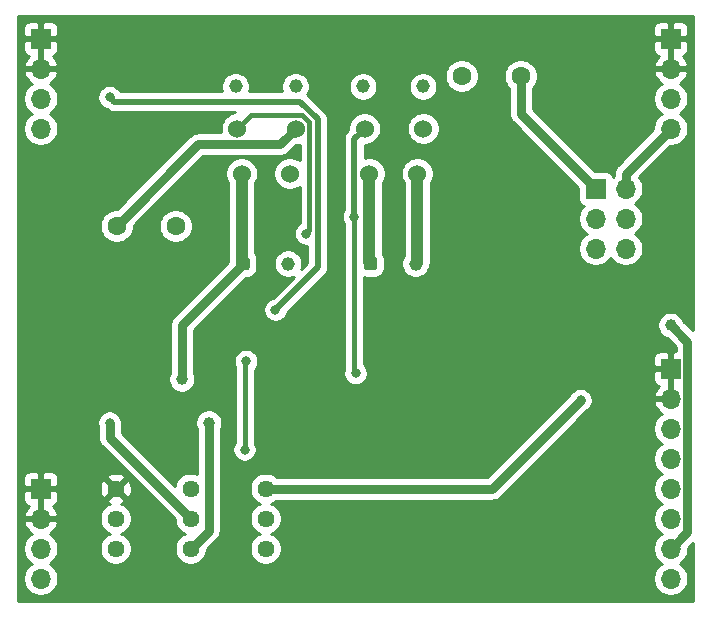
<source format=gbr>
G04 #@! TF.GenerationSoftware,KiCad,Pcbnew,5.1.6-c6e7f7d~87~ubuntu18.04.1*
G04 #@! TF.CreationDate,2020-08-01T20:03:32-04:00*
G04 #@! TF.ProjectId,mutron_III_plug_in_board,6d757472-6f6e-45f4-9949-495f706c7567,rev?*
G04 #@! TF.SameCoordinates,Original*
G04 #@! TF.FileFunction,Copper,L2,Bot*
G04 #@! TF.FilePolarity,Positive*
%FSLAX46Y46*%
G04 Gerber Fmt 4.6, Leading zero omitted, Abs format (unit mm)*
G04 Created by KiCad (PCBNEW 5.1.6-c6e7f7d~87~ubuntu18.04.1) date 2020-08-01 20:03:32*
%MOMM*%
%LPD*%
G01*
G04 APERTURE LIST*
G04 #@! TA.AperFunction,ComponentPad*
%ADD10C,1.524000*%
G04 #@! TD*
G04 #@! TA.AperFunction,ComponentPad*
%ADD11C,1.150000*%
G04 #@! TD*
G04 #@! TA.AperFunction,ComponentPad*
%ADD12C,1.440000*%
G04 #@! TD*
G04 #@! TA.AperFunction,ComponentPad*
%ADD13O,1.700000X1.700000*%
G04 #@! TD*
G04 #@! TA.AperFunction,ComponentPad*
%ADD14R,1.700000X1.700000*%
G04 #@! TD*
G04 #@! TA.AperFunction,ComponentPad*
%ADD15C,1.600000*%
G04 #@! TD*
G04 #@! TA.AperFunction,ViaPad*
%ADD16C,1.000000*%
G04 #@! TD*
G04 #@! TA.AperFunction,ViaPad*
%ADD17C,0.800000*%
G04 #@! TD*
G04 #@! TA.AperFunction,Conductor*
%ADD18C,0.750000*%
G04 #@! TD*
G04 #@! TA.AperFunction,Conductor*
%ADD19C,1.000000*%
G04 #@! TD*
G04 #@! TA.AperFunction,Conductor*
%ADD20C,0.500000*%
G04 #@! TD*
G04 #@! TA.AperFunction,Conductor*
%ADD21C,0.400000*%
G04 #@! TD*
G04 #@! TA.AperFunction,Conductor*
%ADD22C,0.254000*%
G04 #@! TD*
G04 APERTURE END LIST*
D10*
X125730000Y-60960000D03*
X120777000Y-60960000D03*
X125222000Y-64770000D03*
X121158000Y-64770000D03*
D11*
X125085000Y-72390000D03*
X125725000Y-57390000D03*
X120645000Y-57390000D03*
G04 #@! TA.AperFunction,ComponentPad*
G36*
G01*
X121572500Y-72965000D02*
X120997500Y-72965000D01*
G75*
G02*
X120710000Y-72677500I0J287500D01*
G01*
X120710000Y-72102500D01*
G75*
G02*
X120997500Y-71815000I287500J0D01*
G01*
X121572500Y-71815000D01*
G75*
G02*
X121860000Y-72102500I0J-287500D01*
G01*
X121860000Y-72677500D01*
G75*
G02*
X121572500Y-72965000I-287500J0D01*
G01*
G37*
G04 #@! TD.AperFunction*
D10*
X136525000Y-60960000D03*
X131572000Y-60960000D03*
X136017000Y-64770000D03*
X131953000Y-64770000D03*
D11*
X135880000Y-72390000D03*
X136520000Y-57390000D03*
X131440000Y-57390000D03*
G04 #@! TA.AperFunction,ComponentPad*
G36*
G01*
X132367500Y-72965000D02*
X131792500Y-72965000D01*
G75*
G02*
X131505000Y-72677500I0J287500D01*
G01*
X131505000Y-72102500D01*
G75*
G02*
X131792500Y-71815000I287500J0D01*
G01*
X132367500Y-71815000D01*
G75*
G02*
X132655000Y-72102500I0J-287500D01*
G01*
X132655000Y-72677500D01*
G75*
G02*
X132367500Y-72965000I-287500J0D01*
G01*
G37*
G04 #@! TD.AperFunction*
D12*
X116840000Y-96520000D03*
X116840000Y-93980000D03*
X116840000Y-91440000D03*
X110490000Y-96520000D03*
X110490000Y-93980000D03*
X110490000Y-91440000D03*
X123190000Y-96520000D03*
X123190000Y-93980000D03*
X123190000Y-91440000D03*
D13*
X153670000Y-71120000D03*
X151130000Y-71120000D03*
X153670000Y-68580000D03*
X151130000Y-68580000D03*
X153670000Y-66040000D03*
D14*
X151130000Y-66040000D03*
D15*
X139780000Y-56515000D03*
X144780000Y-56515000D03*
X110570000Y-69215000D03*
X115570000Y-69215000D03*
D13*
X157480000Y-99060000D03*
X157480000Y-96520000D03*
X157480000Y-93980000D03*
X157480000Y-91440000D03*
X157480000Y-88900000D03*
X157480000Y-86360000D03*
X157480000Y-83820000D03*
D14*
X157480000Y-81280000D03*
D13*
X157480000Y-60960000D03*
X157480000Y-58420000D03*
X157480000Y-55880000D03*
D14*
X157480000Y-53340000D03*
D13*
X104140000Y-60960000D03*
X104140000Y-58420000D03*
X104140000Y-55880000D03*
D14*
X104140000Y-53340000D03*
D13*
X104140000Y-99060000D03*
X104140000Y-96520000D03*
X104140000Y-93980000D03*
D14*
X104140000Y-91440000D03*
D16*
X138557000Y-59055000D03*
X120142000Y-86360000D03*
X114427000Y-86360000D03*
X132207000Y-94869000D03*
X132207000Y-89662000D03*
X130175000Y-84709000D03*
X147955000Y-58039000D03*
X146050000Y-65786000D03*
X118364000Y-85852000D03*
X157480000Y-77597000D03*
X116078000Y-82169000D03*
D17*
X149860000Y-83947000D03*
X130683000Y-68414990D03*
X130810000Y-81661000D03*
X126619000Y-69850000D03*
X121412000Y-88138000D03*
X121530000Y-80645000D03*
X109982000Y-58293000D03*
X124018805Y-76295940D03*
X109982000Y-85852000D03*
D18*
X117487999Y-62297001D02*
X110570000Y-69215000D01*
X124392999Y-62297001D02*
X117487999Y-62297001D01*
X125730000Y-60960000D02*
X124392999Y-62297001D01*
X118364000Y-94996000D02*
X116840000Y-96520000D01*
X118364000Y-85852000D02*
X118364000Y-94996000D01*
X158905001Y-95094999D02*
X157480000Y-96520000D01*
X158905001Y-79022001D02*
X158905001Y-95094999D01*
X157480000Y-77597000D02*
X158905001Y-79022001D01*
D19*
X121158000Y-72263000D02*
X121285000Y-72390000D01*
X121158000Y-64770000D02*
X121158000Y-72263000D01*
D18*
X116078000Y-77597000D02*
X121285000Y-72390000D01*
X116078000Y-82169000D02*
X116078000Y-77597000D01*
X123190000Y-91440000D02*
X142367000Y-91440000D01*
X142367000Y-91440000D02*
X149860000Y-83947000D01*
X153670000Y-64770000D02*
X157480000Y-60960000D01*
X153670000Y-66040000D02*
X153670000Y-64770000D01*
D20*
X131572000Y-60960000D02*
X130683000Y-61849000D01*
X130683000Y-61849000D02*
X130683000Y-68414990D01*
D21*
X130683000Y-68414990D02*
X130683000Y-81534000D01*
X130683000Y-81534000D02*
X130810000Y-81661000D01*
D18*
X144780000Y-59690000D02*
X144780000Y-56515000D01*
X151130000Y-66040000D02*
X144780000Y-59690000D01*
D21*
X126892001Y-60402239D02*
X126892001Y-69576999D01*
X120777000Y-60960000D02*
X121939001Y-59797999D01*
X126892001Y-69576999D02*
X126619000Y-69850000D01*
X121939001Y-59797999D02*
X126287761Y-59797999D01*
X126287761Y-59797999D02*
X126892001Y-60402239D01*
X121412000Y-88138000D02*
X121412000Y-80763000D01*
X121412000Y-80763000D02*
X121530000Y-80645000D01*
D19*
X136017000Y-72253000D02*
X135880000Y-72390000D01*
X136017000Y-64770000D02*
X136017000Y-72253000D01*
D20*
X110381999Y-58692999D02*
X109982000Y-58293000D01*
X126102015Y-58692999D02*
X110381999Y-58692999D01*
X127596001Y-60186985D02*
X126102015Y-58692999D01*
X124018805Y-76295940D02*
X127596001Y-72718744D01*
X127596001Y-72718744D02*
X127596001Y-60186985D01*
D18*
X109982000Y-87122000D02*
X116840000Y-93980000D01*
X109982000Y-85852000D02*
X109982000Y-85852000D01*
X109982000Y-85852000D02*
X109982000Y-87122000D01*
D19*
X131953000Y-72263000D02*
X132080000Y-72390000D01*
X131953000Y-64770000D02*
X131953000Y-72263000D01*
D22*
G36*
X159360001Y-78048645D02*
G01*
X158567207Y-77255852D01*
X158485824Y-77059376D01*
X158361612Y-76873480D01*
X158203520Y-76715388D01*
X158017624Y-76591176D01*
X157811067Y-76505617D01*
X157591788Y-76462000D01*
X157368212Y-76462000D01*
X157148933Y-76505617D01*
X156942376Y-76591176D01*
X156756480Y-76715388D01*
X156598388Y-76873480D01*
X156474176Y-77059376D01*
X156388617Y-77265933D01*
X156345000Y-77485212D01*
X156345000Y-77708788D01*
X156388617Y-77928067D01*
X156474176Y-78134624D01*
X156598388Y-78320520D01*
X156756480Y-78478612D01*
X156942376Y-78602824D01*
X157138852Y-78684207D01*
X157895001Y-79440357D01*
X157895001Y-79794296D01*
X157765750Y-79795000D01*
X157607000Y-79953750D01*
X157607000Y-81153000D01*
X157627000Y-81153000D01*
X157627000Y-81407000D01*
X157607000Y-81407000D01*
X157607000Y-83693000D01*
X157627000Y-83693000D01*
X157627000Y-83947000D01*
X157607000Y-83947000D01*
X157607000Y-83967000D01*
X157353000Y-83967000D01*
X157353000Y-83947000D01*
X156159845Y-83947000D01*
X156038524Y-84176890D01*
X156083175Y-84324099D01*
X156208359Y-84586920D01*
X156382412Y-84820269D01*
X156598645Y-85015178D01*
X156715534Y-85084805D01*
X156533368Y-85206525D01*
X156326525Y-85413368D01*
X156164010Y-85656589D01*
X156052068Y-85926842D01*
X155995000Y-86213740D01*
X155995000Y-86506260D01*
X156052068Y-86793158D01*
X156164010Y-87063411D01*
X156326525Y-87306632D01*
X156533368Y-87513475D01*
X156707760Y-87630000D01*
X156533368Y-87746525D01*
X156326525Y-87953368D01*
X156164010Y-88196589D01*
X156052068Y-88466842D01*
X155995000Y-88753740D01*
X155995000Y-89046260D01*
X156052068Y-89333158D01*
X156164010Y-89603411D01*
X156326525Y-89846632D01*
X156533368Y-90053475D01*
X156707760Y-90170000D01*
X156533368Y-90286525D01*
X156326525Y-90493368D01*
X156164010Y-90736589D01*
X156052068Y-91006842D01*
X155995000Y-91293740D01*
X155995000Y-91586260D01*
X156052068Y-91873158D01*
X156164010Y-92143411D01*
X156326525Y-92386632D01*
X156533368Y-92593475D01*
X156707760Y-92710000D01*
X156533368Y-92826525D01*
X156326525Y-93033368D01*
X156164010Y-93276589D01*
X156052068Y-93546842D01*
X155995000Y-93833740D01*
X155995000Y-94126260D01*
X156052068Y-94413158D01*
X156164010Y-94683411D01*
X156326525Y-94926632D01*
X156533368Y-95133475D01*
X156707760Y-95250000D01*
X156533368Y-95366525D01*
X156326525Y-95573368D01*
X156164010Y-95816589D01*
X156052068Y-96086842D01*
X155995000Y-96373740D01*
X155995000Y-96666260D01*
X156052068Y-96953158D01*
X156164010Y-97223411D01*
X156326525Y-97466632D01*
X156533368Y-97673475D01*
X156707760Y-97790000D01*
X156533368Y-97906525D01*
X156326525Y-98113368D01*
X156164010Y-98356589D01*
X156052068Y-98626842D01*
X155995000Y-98913740D01*
X155995000Y-99206260D01*
X156052068Y-99493158D01*
X156164010Y-99763411D01*
X156326525Y-100006632D01*
X156533368Y-100213475D01*
X156776589Y-100375990D01*
X157046842Y-100487932D01*
X157333740Y-100545000D01*
X157626260Y-100545000D01*
X157913158Y-100487932D01*
X158183411Y-100375990D01*
X158426632Y-100213475D01*
X158633475Y-100006632D01*
X158795990Y-99763411D01*
X158907932Y-99493158D01*
X158965000Y-99206260D01*
X158965000Y-98913740D01*
X158907932Y-98626842D01*
X158795990Y-98356589D01*
X158633475Y-98113368D01*
X158426632Y-97906525D01*
X158252240Y-97790000D01*
X158426632Y-97673475D01*
X158633475Y-97466632D01*
X158795990Y-97223411D01*
X158907932Y-96953158D01*
X158965000Y-96666260D01*
X158965000Y-96463356D01*
X159360001Y-96068355D01*
X159360001Y-100940000D01*
X102260000Y-100940000D01*
X102260000Y-96373740D01*
X102655000Y-96373740D01*
X102655000Y-96666260D01*
X102712068Y-96953158D01*
X102824010Y-97223411D01*
X102986525Y-97466632D01*
X103193368Y-97673475D01*
X103367760Y-97790000D01*
X103193368Y-97906525D01*
X102986525Y-98113368D01*
X102824010Y-98356589D01*
X102712068Y-98626842D01*
X102655000Y-98913740D01*
X102655000Y-99206260D01*
X102712068Y-99493158D01*
X102824010Y-99763411D01*
X102986525Y-100006632D01*
X103193368Y-100213475D01*
X103436589Y-100375990D01*
X103706842Y-100487932D01*
X103993740Y-100545000D01*
X104286260Y-100545000D01*
X104573158Y-100487932D01*
X104843411Y-100375990D01*
X105086632Y-100213475D01*
X105293475Y-100006632D01*
X105455990Y-99763411D01*
X105567932Y-99493158D01*
X105625000Y-99206260D01*
X105625000Y-98913740D01*
X105567932Y-98626842D01*
X105455990Y-98356589D01*
X105293475Y-98113368D01*
X105086632Y-97906525D01*
X104912240Y-97790000D01*
X105086632Y-97673475D01*
X105293475Y-97466632D01*
X105455990Y-97223411D01*
X105567932Y-96953158D01*
X105625000Y-96666260D01*
X105625000Y-96373740D01*
X105567932Y-96086842D01*
X105455990Y-95816589D01*
X105293475Y-95573368D01*
X105086632Y-95366525D01*
X104904466Y-95244805D01*
X105021355Y-95175178D01*
X105237588Y-94980269D01*
X105411641Y-94746920D01*
X105536825Y-94484099D01*
X105581476Y-94336890D01*
X105460155Y-94107000D01*
X104267000Y-94107000D01*
X104267000Y-94127000D01*
X104013000Y-94127000D01*
X104013000Y-94107000D01*
X102819845Y-94107000D01*
X102698524Y-94336890D01*
X102743175Y-94484099D01*
X102868359Y-94746920D01*
X103042412Y-94980269D01*
X103258645Y-95175178D01*
X103375534Y-95244805D01*
X103193368Y-95366525D01*
X102986525Y-95573368D01*
X102824010Y-95816589D01*
X102712068Y-96086842D01*
X102655000Y-96373740D01*
X102260000Y-96373740D01*
X102260000Y-92290000D01*
X102651928Y-92290000D01*
X102664188Y-92414482D01*
X102700498Y-92534180D01*
X102759463Y-92644494D01*
X102838815Y-92741185D01*
X102935506Y-92820537D01*
X103045820Y-92879502D01*
X103126466Y-92903966D01*
X103042412Y-92979731D01*
X102868359Y-93213080D01*
X102743175Y-93475901D01*
X102698524Y-93623110D01*
X102819845Y-93853000D01*
X104013000Y-93853000D01*
X104013000Y-91567000D01*
X104267000Y-91567000D01*
X104267000Y-93853000D01*
X105460155Y-93853000D01*
X105463562Y-93846544D01*
X109135000Y-93846544D01*
X109135000Y-94113456D01*
X109187072Y-94375239D01*
X109289215Y-94621833D01*
X109437503Y-94843762D01*
X109626238Y-95032497D01*
X109848167Y-95180785D01*
X110015266Y-95250000D01*
X109848167Y-95319215D01*
X109626238Y-95467503D01*
X109437503Y-95656238D01*
X109289215Y-95878167D01*
X109187072Y-96124761D01*
X109135000Y-96386544D01*
X109135000Y-96653456D01*
X109187072Y-96915239D01*
X109289215Y-97161833D01*
X109437503Y-97383762D01*
X109626238Y-97572497D01*
X109848167Y-97720785D01*
X110094761Y-97822928D01*
X110356544Y-97875000D01*
X110623456Y-97875000D01*
X110885239Y-97822928D01*
X111131833Y-97720785D01*
X111353762Y-97572497D01*
X111542497Y-97383762D01*
X111690785Y-97161833D01*
X111792928Y-96915239D01*
X111845000Y-96653456D01*
X111845000Y-96386544D01*
X111792928Y-96124761D01*
X111690785Y-95878167D01*
X111542497Y-95656238D01*
X111353762Y-95467503D01*
X111131833Y-95319215D01*
X110964734Y-95250000D01*
X111131833Y-95180785D01*
X111353762Y-95032497D01*
X111542497Y-94843762D01*
X111690785Y-94621833D01*
X111792928Y-94375239D01*
X111845000Y-94113456D01*
X111845000Y-93846544D01*
X111792928Y-93584761D01*
X111690785Y-93338167D01*
X111542497Y-93116238D01*
X111353762Y-92927503D01*
X111131833Y-92779215D01*
X110963676Y-92709562D01*
X111078353Y-92667875D01*
X111184068Y-92611368D01*
X111245955Y-92375560D01*
X110490000Y-91619605D01*
X109734045Y-92375560D01*
X109795932Y-92611368D01*
X110011007Y-92711764D01*
X109848167Y-92779215D01*
X109626238Y-92927503D01*
X109437503Y-93116238D01*
X109289215Y-93338167D01*
X109187072Y-93584761D01*
X109135000Y-93846544D01*
X105463562Y-93846544D01*
X105581476Y-93623110D01*
X105536825Y-93475901D01*
X105411641Y-93213080D01*
X105237588Y-92979731D01*
X105153534Y-92903966D01*
X105234180Y-92879502D01*
X105344494Y-92820537D01*
X105441185Y-92741185D01*
X105520537Y-92644494D01*
X105579502Y-92534180D01*
X105615812Y-92414482D01*
X105628072Y-92290000D01*
X105625000Y-91725750D01*
X105466250Y-91567000D01*
X104267000Y-91567000D01*
X104013000Y-91567000D01*
X102813750Y-91567000D01*
X102655000Y-91725750D01*
X102651928Y-92290000D01*
X102260000Y-92290000D01*
X102260000Y-91513680D01*
X109130439Y-91513680D01*
X109170937Y-91777501D01*
X109262125Y-92028353D01*
X109318632Y-92134068D01*
X109554440Y-92195955D01*
X110310395Y-91440000D01*
X110669605Y-91440000D01*
X111425560Y-92195955D01*
X111661368Y-92134068D01*
X111774266Y-91892210D01*
X111837811Y-91632973D01*
X111849561Y-91366320D01*
X111809063Y-91102499D01*
X111717875Y-90851647D01*
X111661368Y-90745932D01*
X111425560Y-90684045D01*
X110669605Y-91440000D01*
X110310395Y-91440000D01*
X109554440Y-90684045D01*
X109318632Y-90745932D01*
X109205734Y-90987790D01*
X109142189Y-91247027D01*
X109130439Y-91513680D01*
X102260000Y-91513680D01*
X102260000Y-90590000D01*
X102651928Y-90590000D01*
X102655000Y-91154250D01*
X102813750Y-91313000D01*
X104013000Y-91313000D01*
X104013000Y-90113750D01*
X104267000Y-90113750D01*
X104267000Y-91313000D01*
X105466250Y-91313000D01*
X105625000Y-91154250D01*
X105628072Y-90590000D01*
X105619646Y-90504440D01*
X109734045Y-90504440D01*
X110490000Y-91260395D01*
X111245955Y-90504440D01*
X111184068Y-90268632D01*
X110942210Y-90155734D01*
X110682973Y-90092189D01*
X110416320Y-90080439D01*
X110152499Y-90120937D01*
X109901647Y-90212125D01*
X109795932Y-90268632D01*
X109734045Y-90504440D01*
X105619646Y-90504440D01*
X105615812Y-90465518D01*
X105579502Y-90345820D01*
X105520537Y-90235506D01*
X105441185Y-90138815D01*
X105344494Y-90059463D01*
X105234180Y-90000498D01*
X105114482Y-89964188D01*
X104990000Y-89951928D01*
X104425750Y-89955000D01*
X104267000Y-90113750D01*
X104013000Y-90113750D01*
X103854250Y-89955000D01*
X103290000Y-89951928D01*
X103165518Y-89964188D01*
X103045820Y-90000498D01*
X102935506Y-90059463D01*
X102838815Y-90138815D01*
X102759463Y-90235506D01*
X102700498Y-90345820D01*
X102664188Y-90465518D01*
X102651928Y-90590000D01*
X102260000Y-90590000D01*
X102260000Y-85750061D01*
X108947000Y-85750061D01*
X108947000Y-85953939D01*
X108972000Y-86079625D01*
X108972001Y-87072383D01*
X108967114Y-87122000D01*
X108986615Y-87319994D01*
X109044368Y-87510379D01*
X109044369Y-87510380D01*
X109138154Y-87685840D01*
X109264368Y-87839633D01*
X109302901Y-87871256D01*
X115485000Y-94053356D01*
X115485000Y-94113456D01*
X115537072Y-94375239D01*
X115639215Y-94621833D01*
X115787503Y-94843762D01*
X115976238Y-95032497D01*
X116198167Y-95180785D01*
X116365266Y-95250000D01*
X116198167Y-95319215D01*
X115976238Y-95467503D01*
X115787503Y-95656238D01*
X115639215Y-95878167D01*
X115537072Y-96124761D01*
X115485000Y-96386544D01*
X115485000Y-96653456D01*
X115537072Y-96915239D01*
X115639215Y-97161833D01*
X115787503Y-97383762D01*
X115976238Y-97572497D01*
X116198167Y-97720785D01*
X116444761Y-97822928D01*
X116706544Y-97875000D01*
X116973456Y-97875000D01*
X117235239Y-97822928D01*
X117481833Y-97720785D01*
X117703762Y-97572497D01*
X117892497Y-97383762D01*
X118040785Y-97161833D01*
X118142928Y-96915239D01*
X118195000Y-96653456D01*
X118195000Y-96593355D01*
X119043099Y-95745256D01*
X119081633Y-95713633D01*
X119207847Y-95559840D01*
X119301632Y-95384380D01*
X119359385Y-95193994D01*
X119374000Y-95045608D01*
X119374000Y-95045599D01*
X119378885Y-94996001D01*
X119374000Y-94946403D01*
X119374000Y-91306544D01*
X121835000Y-91306544D01*
X121835000Y-91573456D01*
X121887072Y-91835239D01*
X121989215Y-92081833D01*
X122137503Y-92303762D01*
X122326238Y-92492497D01*
X122548167Y-92640785D01*
X122715266Y-92710000D01*
X122548167Y-92779215D01*
X122326238Y-92927503D01*
X122137503Y-93116238D01*
X121989215Y-93338167D01*
X121887072Y-93584761D01*
X121835000Y-93846544D01*
X121835000Y-94113456D01*
X121887072Y-94375239D01*
X121989215Y-94621833D01*
X122137503Y-94843762D01*
X122326238Y-95032497D01*
X122548167Y-95180785D01*
X122715266Y-95250000D01*
X122548167Y-95319215D01*
X122326238Y-95467503D01*
X122137503Y-95656238D01*
X121989215Y-95878167D01*
X121887072Y-96124761D01*
X121835000Y-96386544D01*
X121835000Y-96653456D01*
X121887072Y-96915239D01*
X121989215Y-97161833D01*
X122137503Y-97383762D01*
X122326238Y-97572497D01*
X122548167Y-97720785D01*
X122794761Y-97822928D01*
X123056544Y-97875000D01*
X123323456Y-97875000D01*
X123585239Y-97822928D01*
X123831833Y-97720785D01*
X124053762Y-97572497D01*
X124242497Y-97383762D01*
X124390785Y-97161833D01*
X124492928Y-96915239D01*
X124545000Y-96653456D01*
X124545000Y-96386544D01*
X124492928Y-96124761D01*
X124390785Y-95878167D01*
X124242497Y-95656238D01*
X124053762Y-95467503D01*
X123831833Y-95319215D01*
X123664734Y-95250000D01*
X123831833Y-95180785D01*
X124053762Y-95032497D01*
X124242497Y-94843762D01*
X124390785Y-94621833D01*
X124492928Y-94375239D01*
X124545000Y-94113456D01*
X124545000Y-93846544D01*
X124492928Y-93584761D01*
X124390785Y-93338167D01*
X124242497Y-93116238D01*
X124053762Y-92927503D01*
X123831833Y-92779215D01*
X123664734Y-92710000D01*
X123831833Y-92640785D01*
X124053762Y-92492497D01*
X124096259Y-92450000D01*
X142317392Y-92450000D01*
X142367000Y-92454886D01*
X142564994Y-92435385D01*
X142633902Y-92414482D01*
X142755380Y-92377632D01*
X142930840Y-92283847D01*
X143084633Y-92157633D01*
X143116261Y-92119094D01*
X150413223Y-84822132D01*
X150519774Y-84750937D01*
X150663937Y-84606774D01*
X150777205Y-84437256D01*
X150855226Y-84248898D01*
X150895000Y-84048939D01*
X150895000Y-83845061D01*
X150855226Y-83645102D01*
X150777205Y-83456744D01*
X150663937Y-83287226D01*
X150519774Y-83143063D01*
X150350256Y-83029795D01*
X150161898Y-82951774D01*
X149961939Y-82912000D01*
X149758061Y-82912000D01*
X149558102Y-82951774D01*
X149369744Y-83029795D01*
X149200226Y-83143063D01*
X149056063Y-83287226D01*
X148984868Y-83393777D01*
X141948645Y-90430000D01*
X124096259Y-90430000D01*
X124053762Y-90387503D01*
X123831833Y-90239215D01*
X123585239Y-90137072D01*
X123323456Y-90085000D01*
X123056544Y-90085000D01*
X122794761Y-90137072D01*
X122548167Y-90239215D01*
X122326238Y-90387503D01*
X122137503Y-90576238D01*
X121989215Y-90798167D01*
X121887072Y-91044761D01*
X121835000Y-91306544D01*
X119374000Y-91306544D01*
X119374000Y-88036061D01*
X120377000Y-88036061D01*
X120377000Y-88239939D01*
X120416774Y-88439898D01*
X120494795Y-88628256D01*
X120608063Y-88797774D01*
X120752226Y-88941937D01*
X120921744Y-89055205D01*
X121110102Y-89133226D01*
X121310061Y-89173000D01*
X121513939Y-89173000D01*
X121713898Y-89133226D01*
X121902256Y-89055205D01*
X122071774Y-88941937D01*
X122215937Y-88797774D01*
X122329205Y-88628256D01*
X122407226Y-88439898D01*
X122447000Y-88239939D01*
X122447000Y-88036061D01*
X122407226Y-87836102D01*
X122329205Y-87647744D01*
X122247000Y-87524715D01*
X122247000Y-81391711D01*
X122333937Y-81304774D01*
X122447205Y-81135256D01*
X122525226Y-80946898D01*
X122565000Y-80746939D01*
X122565000Y-80543061D01*
X122525226Y-80343102D01*
X122447205Y-80154744D01*
X122333937Y-79985226D01*
X122189774Y-79841063D01*
X122020256Y-79727795D01*
X121831898Y-79649774D01*
X121631939Y-79610000D01*
X121428061Y-79610000D01*
X121228102Y-79649774D01*
X121039744Y-79727795D01*
X120870226Y-79841063D01*
X120726063Y-79985226D01*
X120612795Y-80154744D01*
X120534774Y-80343102D01*
X120495000Y-80543061D01*
X120495000Y-80746939D01*
X120534774Y-80946898D01*
X120577001Y-81048842D01*
X120577000Y-87524715D01*
X120494795Y-87647744D01*
X120416774Y-87836102D01*
X120377000Y-88036061D01*
X119374000Y-88036061D01*
X119374000Y-86379542D01*
X119455383Y-86183067D01*
X119499000Y-85963788D01*
X119499000Y-85740212D01*
X119455383Y-85520933D01*
X119369824Y-85314376D01*
X119245612Y-85128480D01*
X119087520Y-84970388D01*
X118901624Y-84846176D01*
X118695067Y-84760617D01*
X118475788Y-84717000D01*
X118252212Y-84717000D01*
X118032933Y-84760617D01*
X117826376Y-84846176D01*
X117640480Y-84970388D01*
X117482388Y-85128480D01*
X117358176Y-85314376D01*
X117272617Y-85520933D01*
X117229000Y-85740212D01*
X117229000Y-85963788D01*
X117272617Y-86183067D01*
X117354000Y-86379542D01*
X117354000Y-90186265D01*
X117235239Y-90137072D01*
X116973456Y-90085000D01*
X116706544Y-90085000D01*
X116444761Y-90137072D01*
X116198167Y-90239215D01*
X115976238Y-90387503D01*
X115787503Y-90576238D01*
X115639215Y-90798167D01*
X115537072Y-91044761D01*
X115503234Y-91214878D01*
X110992000Y-86703645D01*
X110992000Y-86079623D01*
X111017000Y-85953939D01*
X111017000Y-85750061D01*
X110977226Y-85550102D01*
X110899205Y-85361744D01*
X110785937Y-85192226D01*
X110641774Y-85048063D01*
X110472256Y-84934795D01*
X110283898Y-84856774D01*
X110083939Y-84817000D01*
X109880061Y-84817000D01*
X109680102Y-84856774D01*
X109491744Y-84934795D01*
X109322226Y-85048063D01*
X109178063Y-85192226D01*
X109064795Y-85361744D01*
X108986774Y-85550102D01*
X108947000Y-85750061D01*
X102260000Y-85750061D01*
X102260000Y-82057212D01*
X114943000Y-82057212D01*
X114943000Y-82280788D01*
X114986617Y-82500067D01*
X115072176Y-82706624D01*
X115196388Y-82892520D01*
X115354480Y-83050612D01*
X115540376Y-83174824D01*
X115746933Y-83260383D01*
X115966212Y-83304000D01*
X116189788Y-83304000D01*
X116409067Y-83260383D01*
X116615624Y-83174824D01*
X116801520Y-83050612D01*
X116959612Y-82892520D01*
X117083824Y-82706624D01*
X117169383Y-82500067D01*
X117213000Y-82280788D01*
X117213000Y-82057212D01*
X117169383Y-81837933D01*
X117088000Y-81641458D01*
X117088000Y-78015355D01*
X121500283Y-73603072D01*
X121572500Y-73603072D01*
X121753070Y-73585287D01*
X121926701Y-73532617D01*
X122086720Y-73447085D01*
X122226978Y-73331978D01*
X122342085Y-73191720D01*
X122427617Y-73031701D01*
X122480287Y-72858070D01*
X122498072Y-72677500D01*
X122498072Y-72102500D01*
X122480287Y-71921930D01*
X122427617Y-71748299D01*
X122342085Y-71588280D01*
X122293000Y-71528470D01*
X122293000Y-65585884D01*
X122396005Y-65431727D01*
X122501314Y-65177490D01*
X122555000Y-64907592D01*
X122555000Y-64632408D01*
X122501314Y-64362510D01*
X122396005Y-64108273D01*
X122243120Y-63879465D01*
X122048535Y-63684880D01*
X121819727Y-63531995D01*
X121565490Y-63426686D01*
X121295592Y-63373000D01*
X121020408Y-63373000D01*
X120750510Y-63426686D01*
X120496273Y-63531995D01*
X120267465Y-63684880D01*
X120072880Y-63879465D01*
X119919995Y-64108273D01*
X119814686Y-64362510D01*
X119761000Y-64632408D01*
X119761000Y-64907592D01*
X119814686Y-65177490D01*
X119919995Y-65431727D01*
X120023000Y-65585885D01*
X120023001Y-72207239D01*
X120021209Y-72225436D01*
X115398901Y-76847744D01*
X115360368Y-76879367D01*
X115328745Y-76917900D01*
X115328744Y-76917901D01*
X115234154Y-77033160D01*
X115140368Y-77208621D01*
X115082615Y-77399006D01*
X115063114Y-77597000D01*
X115068001Y-77646618D01*
X115068000Y-81641457D01*
X114986617Y-81837933D01*
X114943000Y-82057212D01*
X102260000Y-82057212D01*
X102260000Y-58273740D01*
X102655000Y-58273740D01*
X102655000Y-58566260D01*
X102712068Y-58853158D01*
X102824010Y-59123411D01*
X102986525Y-59366632D01*
X103193368Y-59573475D01*
X103367760Y-59690000D01*
X103193368Y-59806525D01*
X102986525Y-60013368D01*
X102824010Y-60256589D01*
X102712068Y-60526842D01*
X102655000Y-60813740D01*
X102655000Y-61106260D01*
X102712068Y-61393158D01*
X102824010Y-61663411D01*
X102986525Y-61906632D01*
X103193368Y-62113475D01*
X103436589Y-62275990D01*
X103706842Y-62387932D01*
X103993740Y-62445000D01*
X104286260Y-62445000D01*
X104573158Y-62387932D01*
X104843411Y-62275990D01*
X105086632Y-62113475D01*
X105293475Y-61906632D01*
X105455990Y-61663411D01*
X105567932Y-61393158D01*
X105625000Y-61106260D01*
X105625000Y-60813740D01*
X105567932Y-60526842D01*
X105455990Y-60256589D01*
X105293475Y-60013368D01*
X105086632Y-59806525D01*
X104912240Y-59690000D01*
X105086632Y-59573475D01*
X105293475Y-59366632D01*
X105455990Y-59123411D01*
X105567932Y-58853158D01*
X105625000Y-58566260D01*
X105625000Y-58273740D01*
X105608554Y-58191061D01*
X108947000Y-58191061D01*
X108947000Y-58394939D01*
X108986774Y-58594898D01*
X109064795Y-58783256D01*
X109178063Y-58952774D01*
X109322226Y-59096937D01*
X109491744Y-59210205D01*
X109680102Y-59288226D01*
X109734494Y-59299045D01*
X109753182Y-59321816D01*
X109887940Y-59432410D01*
X110041686Y-59514588D01*
X110208509Y-59565194D01*
X110338522Y-59577999D01*
X110338532Y-59577999D01*
X110381998Y-59582280D01*
X110425465Y-59577999D01*
X120564003Y-59577999D01*
X120369510Y-59616686D01*
X120115273Y-59721995D01*
X119886465Y-59874880D01*
X119691880Y-60069465D01*
X119538995Y-60298273D01*
X119433686Y-60552510D01*
X119380000Y-60822408D01*
X119380000Y-61097592D01*
X119417676Y-61287001D01*
X117537606Y-61287001D01*
X117487998Y-61282115D01*
X117290004Y-61301616D01*
X117135845Y-61348380D01*
X117099619Y-61359369D01*
X116924159Y-61453154D01*
X116770366Y-61579368D01*
X116738738Y-61617907D01*
X110576645Y-67780000D01*
X110428665Y-67780000D01*
X110151426Y-67835147D01*
X109890273Y-67943320D01*
X109655241Y-68100363D01*
X109455363Y-68300241D01*
X109298320Y-68535273D01*
X109190147Y-68796426D01*
X109135000Y-69073665D01*
X109135000Y-69356335D01*
X109190147Y-69633574D01*
X109298320Y-69894727D01*
X109455363Y-70129759D01*
X109655241Y-70329637D01*
X109890273Y-70486680D01*
X110151426Y-70594853D01*
X110428665Y-70650000D01*
X110711335Y-70650000D01*
X110988574Y-70594853D01*
X111249727Y-70486680D01*
X111484759Y-70329637D01*
X111684637Y-70129759D01*
X111841680Y-69894727D01*
X111949853Y-69633574D01*
X112005000Y-69356335D01*
X112005000Y-69208355D01*
X112139690Y-69073665D01*
X114135000Y-69073665D01*
X114135000Y-69356335D01*
X114190147Y-69633574D01*
X114298320Y-69894727D01*
X114455363Y-70129759D01*
X114655241Y-70329637D01*
X114890273Y-70486680D01*
X115151426Y-70594853D01*
X115428665Y-70650000D01*
X115711335Y-70650000D01*
X115988574Y-70594853D01*
X116249727Y-70486680D01*
X116484759Y-70329637D01*
X116684637Y-70129759D01*
X116841680Y-69894727D01*
X116949853Y-69633574D01*
X117005000Y-69356335D01*
X117005000Y-69073665D01*
X116949853Y-68796426D01*
X116841680Y-68535273D01*
X116684637Y-68300241D01*
X116484759Y-68100363D01*
X116249727Y-67943320D01*
X115988574Y-67835147D01*
X115711335Y-67780000D01*
X115428665Y-67780000D01*
X115151426Y-67835147D01*
X114890273Y-67943320D01*
X114655241Y-68100363D01*
X114455363Y-68300241D01*
X114298320Y-68535273D01*
X114190147Y-68796426D01*
X114135000Y-69073665D01*
X112139690Y-69073665D01*
X117906354Y-63307001D01*
X124343391Y-63307001D01*
X124392999Y-63311887D01*
X124590993Y-63292386D01*
X124781379Y-63234633D01*
X124956839Y-63140848D01*
X125110632Y-63014634D01*
X125142260Y-62976095D01*
X125761355Y-62357000D01*
X125867592Y-62357000D01*
X126057001Y-62319324D01*
X126057001Y-63647774D01*
X125883727Y-63531995D01*
X125629490Y-63426686D01*
X125359592Y-63373000D01*
X125084408Y-63373000D01*
X124814510Y-63426686D01*
X124560273Y-63531995D01*
X124331465Y-63684880D01*
X124136880Y-63879465D01*
X123983995Y-64108273D01*
X123878686Y-64362510D01*
X123825000Y-64632408D01*
X123825000Y-64907592D01*
X123878686Y-65177490D01*
X123983995Y-65431727D01*
X124136880Y-65660535D01*
X124331465Y-65855120D01*
X124560273Y-66008005D01*
X124814510Y-66113314D01*
X125084408Y-66167000D01*
X125359592Y-66167000D01*
X125629490Y-66113314D01*
X125883727Y-66008005D01*
X126057002Y-65892226D01*
X126057002Y-68980731D01*
X125959226Y-69046063D01*
X125815063Y-69190226D01*
X125701795Y-69359744D01*
X125623774Y-69548102D01*
X125584000Y-69748061D01*
X125584000Y-69951939D01*
X125623774Y-70151898D01*
X125701795Y-70340256D01*
X125815063Y-70509774D01*
X125959226Y-70653937D01*
X126128744Y-70767205D01*
X126317102Y-70845226D01*
X126517061Y-70885000D01*
X126711001Y-70885000D01*
X126711001Y-72352165D01*
X126197786Y-72865380D01*
X126248501Y-72742944D01*
X126295000Y-72509175D01*
X126295000Y-72270825D01*
X126248501Y-72037056D01*
X126157288Y-71816850D01*
X126024869Y-71618670D01*
X125856330Y-71450131D01*
X125658150Y-71317712D01*
X125437944Y-71226499D01*
X125204175Y-71180000D01*
X124965825Y-71180000D01*
X124732056Y-71226499D01*
X124511850Y-71317712D01*
X124313670Y-71450131D01*
X124145131Y-71618670D01*
X124012712Y-71816850D01*
X123921499Y-72037056D01*
X123875000Y-72270825D01*
X123875000Y-72509175D01*
X123921499Y-72742944D01*
X124012712Y-72963150D01*
X124145131Y-73161330D01*
X124313670Y-73329869D01*
X124511850Y-73462288D01*
X124732056Y-73553501D01*
X124965825Y-73600000D01*
X125204175Y-73600000D01*
X125437944Y-73553501D01*
X125560381Y-73502786D01*
X123773762Y-75289405D01*
X123716907Y-75300714D01*
X123528549Y-75378735D01*
X123359031Y-75492003D01*
X123214868Y-75636166D01*
X123101600Y-75805684D01*
X123023579Y-75994042D01*
X122983805Y-76194001D01*
X122983805Y-76397879D01*
X123023579Y-76597838D01*
X123101600Y-76786196D01*
X123214868Y-76955714D01*
X123359031Y-77099877D01*
X123528549Y-77213145D01*
X123716907Y-77291166D01*
X123916866Y-77330940D01*
X124120744Y-77330940D01*
X124320703Y-77291166D01*
X124509061Y-77213145D01*
X124678579Y-77099877D01*
X124822742Y-76955714D01*
X124936010Y-76786196D01*
X125014031Y-76597838D01*
X125025340Y-76540983D01*
X128191051Y-73375273D01*
X128224818Y-73347561D01*
X128335412Y-73212803D01*
X128417590Y-73059057D01*
X128468196Y-72892234D01*
X128481001Y-72762221D01*
X128481001Y-72762211D01*
X128485282Y-72718745D01*
X128481001Y-72675279D01*
X128481001Y-68313051D01*
X129648000Y-68313051D01*
X129648000Y-68516929D01*
X129687774Y-68716888D01*
X129765795Y-68905246D01*
X129848000Y-69028275D01*
X129848001Y-81278886D01*
X129814774Y-81359102D01*
X129775000Y-81559061D01*
X129775000Y-81762939D01*
X129814774Y-81962898D01*
X129892795Y-82151256D01*
X130006063Y-82320774D01*
X130150226Y-82464937D01*
X130319744Y-82578205D01*
X130508102Y-82656226D01*
X130708061Y-82696000D01*
X130911939Y-82696000D01*
X131111898Y-82656226D01*
X131300256Y-82578205D01*
X131469774Y-82464937D01*
X131613937Y-82320774D01*
X131727205Y-82151256D01*
X131736009Y-82130000D01*
X155991928Y-82130000D01*
X156004188Y-82254482D01*
X156040498Y-82374180D01*
X156099463Y-82484494D01*
X156178815Y-82581185D01*
X156275506Y-82660537D01*
X156385820Y-82719502D01*
X156466466Y-82743966D01*
X156382412Y-82819731D01*
X156208359Y-83053080D01*
X156083175Y-83315901D01*
X156038524Y-83463110D01*
X156159845Y-83693000D01*
X157353000Y-83693000D01*
X157353000Y-81407000D01*
X156153750Y-81407000D01*
X155995000Y-81565750D01*
X155991928Y-82130000D01*
X131736009Y-82130000D01*
X131805226Y-81962898D01*
X131845000Y-81762939D01*
X131845000Y-81559061D01*
X131805226Y-81359102D01*
X131727205Y-81170744D01*
X131613937Y-81001226D01*
X131518000Y-80905289D01*
X131518000Y-80430000D01*
X155991928Y-80430000D01*
X155995000Y-80994250D01*
X156153750Y-81153000D01*
X157353000Y-81153000D01*
X157353000Y-79953750D01*
X157194250Y-79795000D01*
X156630000Y-79791928D01*
X156505518Y-79804188D01*
X156385820Y-79840498D01*
X156275506Y-79899463D01*
X156178815Y-79978815D01*
X156099463Y-80075506D01*
X156040498Y-80185820D01*
X156004188Y-80305518D01*
X155991928Y-80430000D01*
X131518000Y-80430000D01*
X131518000Y-73556794D01*
X131611930Y-73585287D01*
X131792500Y-73603072D01*
X132367500Y-73603072D01*
X132548070Y-73585287D01*
X132721701Y-73532617D01*
X132881720Y-73447085D01*
X133021978Y-73331978D01*
X133137085Y-73191720D01*
X133222617Y-73031701D01*
X133275287Y-72858070D01*
X133293072Y-72677500D01*
X133293072Y-72102500D01*
X133275287Y-71921930D01*
X133222617Y-71748299D01*
X133137085Y-71588280D01*
X133088000Y-71528470D01*
X133088000Y-65585884D01*
X133191005Y-65431727D01*
X133296314Y-65177490D01*
X133350000Y-64907592D01*
X133350000Y-64632408D01*
X134620000Y-64632408D01*
X134620000Y-64907592D01*
X134673686Y-65177490D01*
X134778995Y-65431727D01*
X134882000Y-65585885D01*
X134882001Y-71705668D01*
X134807712Y-71816850D01*
X134716499Y-72037056D01*
X134670000Y-72270825D01*
X134670000Y-72509175D01*
X134716499Y-72742944D01*
X134807712Y-72963150D01*
X134940131Y-73161330D01*
X135108670Y-73329869D01*
X135306850Y-73462288D01*
X135527056Y-73553501D01*
X135760825Y-73600000D01*
X135999175Y-73600000D01*
X136232944Y-73553501D01*
X136453150Y-73462288D01*
X136651330Y-73329869D01*
X136819869Y-73161330D01*
X136952288Y-72963150D01*
X137043501Y-72742944D01*
X137044342Y-72738714D01*
X137070676Y-72689447D01*
X137135577Y-72475499D01*
X137152000Y-72308752D01*
X137152000Y-72308742D01*
X137157490Y-72253001D01*
X137152000Y-72197259D01*
X137152000Y-65585884D01*
X137255005Y-65431727D01*
X137360314Y-65177490D01*
X137414000Y-64907592D01*
X137414000Y-64632408D01*
X137360314Y-64362510D01*
X137255005Y-64108273D01*
X137102120Y-63879465D01*
X136907535Y-63684880D01*
X136678727Y-63531995D01*
X136424490Y-63426686D01*
X136154592Y-63373000D01*
X135879408Y-63373000D01*
X135609510Y-63426686D01*
X135355273Y-63531995D01*
X135126465Y-63684880D01*
X134931880Y-63879465D01*
X134778995Y-64108273D01*
X134673686Y-64362510D01*
X134620000Y-64632408D01*
X133350000Y-64632408D01*
X133296314Y-64362510D01*
X133191005Y-64108273D01*
X133038120Y-63879465D01*
X132843535Y-63684880D01*
X132614727Y-63531995D01*
X132360490Y-63426686D01*
X132090592Y-63373000D01*
X131815408Y-63373000D01*
X131568000Y-63422212D01*
X131568000Y-62357000D01*
X131709592Y-62357000D01*
X131979490Y-62303314D01*
X132233727Y-62198005D01*
X132462535Y-62045120D01*
X132657120Y-61850535D01*
X132810005Y-61621727D01*
X132915314Y-61367490D01*
X132969000Y-61097592D01*
X132969000Y-60822408D01*
X135128000Y-60822408D01*
X135128000Y-61097592D01*
X135181686Y-61367490D01*
X135286995Y-61621727D01*
X135439880Y-61850535D01*
X135634465Y-62045120D01*
X135863273Y-62198005D01*
X136117510Y-62303314D01*
X136387408Y-62357000D01*
X136662592Y-62357000D01*
X136932490Y-62303314D01*
X137186727Y-62198005D01*
X137415535Y-62045120D01*
X137610120Y-61850535D01*
X137763005Y-61621727D01*
X137868314Y-61367490D01*
X137922000Y-61097592D01*
X137922000Y-60822408D01*
X137868314Y-60552510D01*
X137763005Y-60298273D01*
X137610120Y-60069465D01*
X137415535Y-59874880D01*
X137186727Y-59721995D01*
X136932490Y-59616686D01*
X136662592Y-59563000D01*
X136387408Y-59563000D01*
X136117510Y-59616686D01*
X135863273Y-59721995D01*
X135634465Y-59874880D01*
X135439880Y-60069465D01*
X135286995Y-60298273D01*
X135181686Y-60552510D01*
X135128000Y-60822408D01*
X132969000Y-60822408D01*
X132915314Y-60552510D01*
X132810005Y-60298273D01*
X132657120Y-60069465D01*
X132462535Y-59874880D01*
X132233727Y-59721995D01*
X131979490Y-59616686D01*
X131709592Y-59563000D01*
X131434408Y-59563000D01*
X131164510Y-59616686D01*
X130910273Y-59721995D01*
X130681465Y-59874880D01*
X130486880Y-60069465D01*
X130333995Y-60298273D01*
X130228686Y-60552510D01*
X130175000Y-60822408D01*
X130175000Y-61097592D01*
X130176299Y-61104123D01*
X130087956Y-61192466D01*
X130054183Y-61220183D01*
X129943589Y-61354942D01*
X129861411Y-61508688D01*
X129849563Y-61547746D01*
X129814476Y-61663411D01*
X129810805Y-61675511D01*
X129798000Y-61805524D01*
X129798000Y-61805531D01*
X129793719Y-61849000D01*
X129798000Y-61892469D01*
X129798001Y-67876534D01*
X129765795Y-67924734D01*
X129687774Y-68113092D01*
X129648000Y-68313051D01*
X128481001Y-68313051D01*
X128481001Y-60230450D01*
X128485282Y-60186984D01*
X128481001Y-60143518D01*
X128481001Y-60143508D01*
X128468196Y-60013495D01*
X128417590Y-59846672D01*
X128335412Y-59692926D01*
X128295267Y-59644010D01*
X128252533Y-59591938D01*
X128252531Y-59591936D01*
X128224818Y-59558168D01*
X128191050Y-59530455D01*
X126758547Y-58097953D01*
X126730832Y-58064182D01*
X126730153Y-58063625D01*
X126797288Y-57963150D01*
X126888501Y-57742944D01*
X126935000Y-57509175D01*
X126935000Y-57270825D01*
X130230000Y-57270825D01*
X130230000Y-57509175D01*
X130276499Y-57742944D01*
X130367712Y-57963150D01*
X130500131Y-58161330D01*
X130668670Y-58329869D01*
X130866850Y-58462288D01*
X131087056Y-58553501D01*
X131320825Y-58600000D01*
X131559175Y-58600000D01*
X131792944Y-58553501D01*
X132013150Y-58462288D01*
X132211330Y-58329869D01*
X132379869Y-58161330D01*
X132512288Y-57963150D01*
X132603501Y-57742944D01*
X132650000Y-57509175D01*
X132650000Y-57270825D01*
X135310000Y-57270825D01*
X135310000Y-57509175D01*
X135356499Y-57742944D01*
X135447712Y-57963150D01*
X135580131Y-58161330D01*
X135748670Y-58329869D01*
X135946850Y-58462288D01*
X136167056Y-58553501D01*
X136400825Y-58600000D01*
X136639175Y-58600000D01*
X136872944Y-58553501D01*
X137093150Y-58462288D01*
X137291330Y-58329869D01*
X137459869Y-58161330D01*
X137592288Y-57963150D01*
X137683501Y-57742944D01*
X137730000Y-57509175D01*
X137730000Y-57270825D01*
X137683501Y-57037056D01*
X137592288Y-56816850D01*
X137459869Y-56618670D01*
X137291330Y-56450131D01*
X137176890Y-56373665D01*
X138345000Y-56373665D01*
X138345000Y-56656335D01*
X138400147Y-56933574D01*
X138508320Y-57194727D01*
X138665363Y-57429759D01*
X138865241Y-57629637D01*
X139100273Y-57786680D01*
X139361426Y-57894853D01*
X139638665Y-57950000D01*
X139921335Y-57950000D01*
X140198574Y-57894853D01*
X140459727Y-57786680D01*
X140694759Y-57629637D01*
X140894637Y-57429759D01*
X141051680Y-57194727D01*
X141159853Y-56933574D01*
X141215000Y-56656335D01*
X141215000Y-56373665D01*
X143345000Y-56373665D01*
X143345000Y-56656335D01*
X143400147Y-56933574D01*
X143508320Y-57194727D01*
X143665363Y-57429759D01*
X143770001Y-57534397D01*
X143770000Y-59640392D01*
X143765114Y-59690000D01*
X143770000Y-59739607D01*
X143784615Y-59887993D01*
X143842368Y-60078379D01*
X143936153Y-60253840D01*
X144062367Y-60407633D01*
X144100906Y-60439261D01*
X149641928Y-65980283D01*
X149641928Y-66890000D01*
X149654188Y-67014482D01*
X149690498Y-67134180D01*
X149749463Y-67244494D01*
X149828815Y-67341185D01*
X149925506Y-67420537D01*
X150035820Y-67479502D01*
X150108380Y-67501513D01*
X149976525Y-67633368D01*
X149814010Y-67876589D01*
X149702068Y-68146842D01*
X149645000Y-68433740D01*
X149645000Y-68726260D01*
X149702068Y-69013158D01*
X149814010Y-69283411D01*
X149976525Y-69526632D01*
X150183368Y-69733475D01*
X150357760Y-69850000D01*
X150183368Y-69966525D01*
X149976525Y-70173368D01*
X149814010Y-70416589D01*
X149702068Y-70686842D01*
X149645000Y-70973740D01*
X149645000Y-71266260D01*
X149702068Y-71553158D01*
X149814010Y-71823411D01*
X149976525Y-72066632D01*
X150183368Y-72273475D01*
X150426589Y-72435990D01*
X150696842Y-72547932D01*
X150983740Y-72605000D01*
X151276260Y-72605000D01*
X151563158Y-72547932D01*
X151833411Y-72435990D01*
X152076632Y-72273475D01*
X152283475Y-72066632D01*
X152400000Y-71892240D01*
X152516525Y-72066632D01*
X152723368Y-72273475D01*
X152966589Y-72435990D01*
X153236842Y-72547932D01*
X153523740Y-72605000D01*
X153816260Y-72605000D01*
X154103158Y-72547932D01*
X154373411Y-72435990D01*
X154616632Y-72273475D01*
X154823475Y-72066632D01*
X154985990Y-71823411D01*
X155097932Y-71553158D01*
X155155000Y-71266260D01*
X155155000Y-70973740D01*
X155097932Y-70686842D01*
X154985990Y-70416589D01*
X154823475Y-70173368D01*
X154616632Y-69966525D01*
X154442240Y-69850000D01*
X154616632Y-69733475D01*
X154823475Y-69526632D01*
X154985990Y-69283411D01*
X155097932Y-69013158D01*
X155155000Y-68726260D01*
X155155000Y-68433740D01*
X155097932Y-68146842D01*
X154985990Y-67876589D01*
X154823475Y-67633368D01*
X154616632Y-67426525D01*
X154442240Y-67310000D01*
X154616632Y-67193475D01*
X154823475Y-66986632D01*
X154985990Y-66743411D01*
X155097932Y-66473158D01*
X155155000Y-66186260D01*
X155155000Y-65893740D01*
X155097932Y-65606842D01*
X154985990Y-65336589D01*
X154823475Y-65093368D01*
X154799231Y-65069124D01*
X157423356Y-62445000D01*
X157626260Y-62445000D01*
X157913158Y-62387932D01*
X158183411Y-62275990D01*
X158426632Y-62113475D01*
X158633475Y-61906632D01*
X158795990Y-61663411D01*
X158907932Y-61393158D01*
X158965000Y-61106260D01*
X158965000Y-60813740D01*
X158907932Y-60526842D01*
X158795990Y-60256589D01*
X158633475Y-60013368D01*
X158426632Y-59806525D01*
X158252240Y-59690000D01*
X158426632Y-59573475D01*
X158633475Y-59366632D01*
X158795990Y-59123411D01*
X158907932Y-58853158D01*
X158965000Y-58566260D01*
X158965000Y-58273740D01*
X158907932Y-57986842D01*
X158795990Y-57716589D01*
X158633475Y-57473368D01*
X158426632Y-57266525D01*
X158244466Y-57144805D01*
X158361355Y-57075178D01*
X158577588Y-56880269D01*
X158751641Y-56646920D01*
X158876825Y-56384099D01*
X158921476Y-56236890D01*
X158800155Y-56007000D01*
X157607000Y-56007000D01*
X157607000Y-56027000D01*
X157353000Y-56027000D01*
X157353000Y-56007000D01*
X156159845Y-56007000D01*
X156038524Y-56236890D01*
X156083175Y-56384099D01*
X156208359Y-56646920D01*
X156382412Y-56880269D01*
X156598645Y-57075178D01*
X156715534Y-57144805D01*
X156533368Y-57266525D01*
X156326525Y-57473368D01*
X156164010Y-57716589D01*
X156052068Y-57986842D01*
X155995000Y-58273740D01*
X155995000Y-58566260D01*
X156052068Y-58853158D01*
X156164010Y-59123411D01*
X156326525Y-59366632D01*
X156533368Y-59573475D01*
X156707760Y-59690000D01*
X156533368Y-59806525D01*
X156326525Y-60013368D01*
X156164010Y-60256589D01*
X156052068Y-60526842D01*
X155995000Y-60813740D01*
X155995000Y-61016644D01*
X152990901Y-64020744D01*
X152952368Y-64052367D01*
X152920745Y-64090900D01*
X152920744Y-64090901D01*
X152826154Y-64206160D01*
X152732368Y-64381621D01*
X152674615Y-64572006D01*
X152655114Y-64770000D01*
X152660001Y-64819617D01*
X152660001Y-64949892D01*
X152591513Y-65018380D01*
X152569502Y-64945820D01*
X152510537Y-64835506D01*
X152431185Y-64738815D01*
X152334494Y-64659463D01*
X152224180Y-64600498D01*
X152104482Y-64564188D01*
X151980000Y-64551928D01*
X151070283Y-64551928D01*
X145790000Y-59271645D01*
X145790000Y-57534396D01*
X145894637Y-57429759D01*
X146051680Y-57194727D01*
X146159853Y-56933574D01*
X146215000Y-56656335D01*
X146215000Y-56373665D01*
X146159853Y-56096426D01*
X146051680Y-55835273D01*
X145894637Y-55600241D01*
X145694759Y-55400363D01*
X145459727Y-55243320D01*
X145198574Y-55135147D01*
X144921335Y-55080000D01*
X144638665Y-55080000D01*
X144361426Y-55135147D01*
X144100273Y-55243320D01*
X143865241Y-55400363D01*
X143665363Y-55600241D01*
X143508320Y-55835273D01*
X143400147Y-56096426D01*
X143345000Y-56373665D01*
X141215000Y-56373665D01*
X141159853Y-56096426D01*
X141051680Y-55835273D01*
X140894637Y-55600241D01*
X140694759Y-55400363D01*
X140459727Y-55243320D01*
X140198574Y-55135147D01*
X139921335Y-55080000D01*
X139638665Y-55080000D01*
X139361426Y-55135147D01*
X139100273Y-55243320D01*
X138865241Y-55400363D01*
X138665363Y-55600241D01*
X138508320Y-55835273D01*
X138400147Y-56096426D01*
X138345000Y-56373665D01*
X137176890Y-56373665D01*
X137093150Y-56317712D01*
X136872944Y-56226499D01*
X136639175Y-56180000D01*
X136400825Y-56180000D01*
X136167056Y-56226499D01*
X135946850Y-56317712D01*
X135748670Y-56450131D01*
X135580131Y-56618670D01*
X135447712Y-56816850D01*
X135356499Y-57037056D01*
X135310000Y-57270825D01*
X132650000Y-57270825D01*
X132603501Y-57037056D01*
X132512288Y-56816850D01*
X132379869Y-56618670D01*
X132211330Y-56450131D01*
X132013150Y-56317712D01*
X131792944Y-56226499D01*
X131559175Y-56180000D01*
X131320825Y-56180000D01*
X131087056Y-56226499D01*
X130866850Y-56317712D01*
X130668670Y-56450131D01*
X130500131Y-56618670D01*
X130367712Y-56816850D01*
X130276499Y-57037056D01*
X130230000Y-57270825D01*
X126935000Y-57270825D01*
X126888501Y-57037056D01*
X126797288Y-56816850D01*
X126664869Y-56618670D01*
X126496330Y-56450131D01*
X126298150Y-56317712D01*
X126077944Y-56226499D01*
X125844175Y-56180000D01*
X125605825Y-56180000D01*
X125372056Y-56226499D01*
X125151850Y-56317712D01*
X124953670Y-56450131D01*
X124785131Y-56618670D01*
X124652712Y-56816850D01*
X124561499Y-57037056D01*
X124515000Y-57270825D01*
X124515000Y-57509175D01*
X124561499Y-57742944D01*
X124588446Y-57807999D01*
X121781554Y-57807999D01*
X121808501Y-57742944D01*
X121855000Y-57509175D01*
X121855000Y-57270825D01*
X121808501Y-57037056D01*
X121717288Y-56816850D01*
X121584869Y-56618670D01*
X121416330Y-56450131D01*
X121218150Y-56317712D01*
X120997944Y-56226499D01*
X120764175Y-56180000D01*
X120525825Y-56180000D01*
X120292056Y-56226499D01*
X120071850Y-56317712D01*
X119873670Y-56450131D01*
X119705131Y-56618670D01*
X119572712Y-56816850D01*
X119481499Y-57037056D01*
X119435000Y-57270825D01*
X119435000Y-57509175D01*
X119481499Y-57742944D01*
X119508446Y-57807999D01*
X110901382Y-57807999D01*
X110899205Y-57802744D01*
X110785937Y-57633226D01*
X110641774Y-57489063D01*
X110472256Y-57375795D01*
X110283898Y-57297774D01*
X110083939Y-57258000D01*
X109880061Y-57258000D01*
X109680102Y-57297774D01*
X109491744Y-57375795D01*
X109322226Y-57489063D01*
X109178063Y-57633226D01*
X109064795Y-57802744D01*
X108986774Y-57991102D01*
X108947000Y-58191061D01*
X105608554Y-58191061D01*
X105567932Y-57986842D01*
X105455990Y-57716589D01*
X105293475Y-57473368D01*
X105086632Y-57266525D01*
X104904466Y-57144805D01*
X105021355Y-57075178D01*
X105237588Y-56880269D01*
X105411641Y-56646920D01*
X105536825Y-56384099D01*
X105581476Y-56236890D01*
X105460155Y-56007000D01*
X104267000Y-56007000D01*
X104267000Y-56027000D01*
X104013000Y-56027000D01*
X104013000Y-56007000D01*
X102819845Y-56007000D01*
X102698524Y-56236890D01*
X102743175Y-56384099D01*
X102868359Y-56646920D01*
X103042412Y-56880269D01*
X103258645Y-57075178D01*
X103375534Y-57144805D01*
X103193368Y-57266525D01*
X102986525Y-57473368D01*
X102824010Y-57716589D01*
X102712068Y-57986842D01*
X102655000Y-58273740D01*
X102260000Y-58273740D01*
X102260000Y-54190000D01*
X102651928Y-54190000D01*
X102664188Y-54314482D01*
X102700498Y-54434180D01*
X102759463Y-54544494D01*
X102838815Y-54641185D01*
X102935506Y-54720537D01*
X103045820Y-54779502D01*
X103126466Y-54803966D01*
X103042412Y-54879731D01*
X102868359Y-55113080D01*
X102743175Y-55375901D01*
X102698524Y-55523110D01*
X102819845Y-55753000D01*
X104013000Y-55753000D01*
X104013000Y-53467000D01*
X104267000Y-53467000D01*
X104267000Y-55753000D01*
X105460155Y-55753000D01*
X105581476Y-55523110D01*
X105536825Y-55375901D01*
X105411641Y-55113080D01*
X105237588Y-54879731D01*
X105153534Y-54803966D01*
X105234180Y-54779502D01*
X105344494Y-54720537D01*
X105441185Y-54641185D01*
X105520537Y-54544494D01*
X105579502Y-54434180D01*
X105615812Y-54314482D01*
X105628072Y-54190000D01*
X155991928Y-54190000D01*
X156004188Y-54314482D01*
X156040498Y-54434180D01*
X156099463Y-54544494D01*
X156178815Y-54641185D01*
X156275506Y-54720537D01*
X156385820Y-54779502D01*
X156466466Y-54803966D01*
X156382412Y-54879731D01*
X156208359Y-55113080D01*
X156083175Y-55375901D01*
X156038524Y-55523110D01*
X156159845Y-55753000D01*
X157353000Y-55753000D01*
X157353000Y-53467000D01*
X157607000Y-53467000D01*
X157607000Y-55753000D01*
X158800155Y-55753000D01*
X158921476Y-55523110D01*
X158876825Y-55375901D01*
X158751641Y-55113080D01*
X158577588Y-54879731D01*
X158493534Y-54803966D01*
X158574180Y-54779502D01*
X158684494Y-54720537D01*
X158781185Y-54641185D01*
X158860537Y-54544494D01*
X158919502Y-54434180D01*
X158955812Y-54314482D01*
X158968072Y-54190000D01*
X158965000Y-53625750D01*
X158806250Y-53467000D01*
X157607000Y-53467000D01*
X157353000Y-53467000D01*
X156153750Y-53467000D01*
X155995000Y-53625750D01*
X155991928Y-54190000D01*
X105628072Y-54190000D01*
X105625000Y-53625750D01*
X105466250Y-53467000D01*
X104267000Y-53467000D01*
X104013000Y-53467000D01*
X102813750Y-53467000D01*
X102655000Y-53625750D01*
X102651928Y-54190000D01*
X102260000Y-54190000D01*
X102260000Y-52490000D01*
X102651928Y-52490000D01*
X102655000Y-53054250D01*
X102813750Y-53213000D01*
X104013000Y-53213000D01*
X104013000Y-52013750D01*
X104267000Y-52013750D01*
X104267000Y-53213000D01*
X105466250Y-53213000D01*
X105625000Y-53054250D01*
X105628072Y-52490000D01*
X155991928Y-52490000D01*
X155995000Y-53054250D01*
X156153750Y-53213000D01*
X157353000Y-53213000D01*
X157353000Y-52013750D01*
X157607000Y-52013750D01*
X157607000Y-53213000D01*
X158806250Y-53213000D01*
X158965000Y-53054250D01*
X158968072Y-52490000D01*
X158955812Y-52365518D01*
X158919502Y-52245820D01*
X158860537Y-52135506D01*
X158781185Y-52038815D01*
X158684494Y-51959463D01*
X158574180Y-51900498D01*
X158454482Y-51864188D01*
X158330000Y-51851928D01*
X157765750Y-51855000D01*
X157607000Y-52013750D01*
X157353000Y-52013750D01*
X157194250Y-51855000D01*
X156630000Y-51851928D01*
X156505518Y-51864188D01*
X156385820Y-51900498D01*
X156275506Y-51959463D01*
X156178815Y-52038815D01*
X156099463Y-52135506D01*
X156040498Y-52245820D01*
X156004188Y-52365518D01*
X155991928Y-52490000D01*
X105628072Y-52490000D01*
X105615812Y-52365518D01*
X105579502Y-52245820D01*
X105520537Y-52135506D01*
X105441185Y-52038815D01*
X105344494Y-51959463D01*
X105234180Y-51900498D01*
X105114482Y-51864188D01*
X104990000Y-51851928D01*
X104425750Y-51855000D01*
X104267000Y-52013750D01*
X104013000Y-52013750D01*
X103854250Y-51855000D01*
X103290000Y-51851928D01*
X103165518Y-51864188D01*
X103045820Y-51900498D01*
X102935506Y-51959463D01*
X102838815Y-52038815D01*
X102759463Y-52135506D01*
X102700498Y-52245820D01*
X102664188Y-52365518D01*
X102651928Y-52490000D01*
X102260000Y-52490000D01*
X102260000Y-51460000D01*
X159360000Y-51460000D01*
X159360001Y-78048645D01*
G37*
X159360001Y-78048645D02*
X158567207Y-77255852D01*
X158485824Y-77059376D01*
X158361612Y-76873480D01*
X158203520Y-76715388D01*
X158017624Y-76591176D01*
X157811067Y-76505617D01*
X157591788Y-76462000D01*
X157368212Y-76462000D01*
X157148933Y-76505617D01*
X156942376Y-76591176D01*
X156756480Y-76715388D01*
X156598388Y-76873480D01*
X156474176Y-77059376D01*
X156388617Y-77265933D01*
X156345000Y-77485212D01*
X156345000Y-77708788D01*
X156388617Y-77928067D01*
X156474176Y-78134624D01*
X156598388Y-78320520D01*
X156756480Y-78478612D01*
X156942376Y-78602824D01*
X157138852Y-78684207D01*
X157895001Y-79440357D01*
X157895001Y-79794296D01*
X157765750Y-79795000D01*
X157607000Y-79953750D01*
X157607000Y-81153000D01*
X157627000Y-81153000D01*
X157627000Y-81407000D01*
X157607000Y-81407000D01*
X157607000Y-83693000D01*
X157627000Y-83693000D01*
X157627000Y-83947000D01*
X157607000Y-83947000D01*
X157607000Y-83967000D01*
X157353000Y-83967000D01*
X157353000Y-83947000D01*
X156159845Y-83947000D01*
X156038524Y-84176890D01*
X156083175Y-84324099D01*
X156208359Y-84586920D01*
X156382412Y-84820269D01*
X156598645Y-85015178D01*
X156715534Y-85084805D01*
X156533368Y-85206525D01*
X156326525Y-85413368D01*
X156164010Y-85656589D01*
X156052068Y-85926842D01*
X155995000Y-86213740D01*
X155995000Y-86506260D01*
X156052068Y-86793158D01*
X156164010Y-87063411D01*
X156326525Y-87306632D01*
X156533368Y-87513475D01*
X156707760Y-87630000D01*
X156533368Y-87746525D01*
X156326525Y-87953368D01*
X156164010Y-88196589D01*
X156052068Y-88466842D01*
X155995000Y-88753740D01*
X155995000Y-89046260D01*
X156052068Y-89333158D01*
X156164010Y-89603411D01*
X156326525Y-89846632D01*
X156533368Y-90053475D01*
X156707760Y-90170000D01*
X156533368Y-90286525D01*
X156326525Y-90493368D01*
X156164010Y-90736589D01*
X156052068Y-91006842D01*
X155995000Y-91293740D01*
X155995000Y-91586260D01*
X156052068Y-91873158D01*
X156164010Y-92143411D01*
X156326525Y-92386632D01*
X156533368Y-92593475D01*
X156707760Y-92710000D01*
X156533368Y-92826525D01*
X156326525Y-93033368D01*
X156164010Y-93276589D01*
X156052068Y-93546842D01*
X155995000Y-93833740D01*
X155995000Y-94126260D01*
X156052068Y-94413158D01*
X156164010Y-94683411D01*
X156326525Y-94926632D01*
X156533368Y-95133475D01*
X156707760Y-95250000D01*
X156533368Y-95366525D01*
X156326525Y-95573368D01*
X156164010Y-95816589D01*
X156052068Y-96086842D01*
X155995000Y-96373740D01*
X155995000Y-96666260D01*
X156052068Y-96953158D01*
X156164010Y-97223411D01*
X156326525Y-97466632D01*
X156533368Y-97673475D01*
X156707760Y-97790000D01*
X156533368Y-97906525D01*
X156326525Y-98113368D01*
X156164010Y-98356589D01*
X156052068Y-98626842D01*
X155995000Y-98913740D01*
X155995000Y-99206260D01*
X156052068Y-99493158D01*
X156164010Y-99763411D01*
X156326525Y-100006632D01*
X156533368Y-100213475D01*
X156776589Y-100375990D01*
X157046842Y-100487932D01*
X157333740Y-100545000D01*
X157626260Y-100545000D01*
X157913158Y-100487932D01*
X158183411Y-100375990D01*
X158426632Y-100213475D01*
X158633475Y-100006632D01*
X158795990Y-99763411D01*
X158907932Y-99493158D01*
X158965000Y-99206260D01*
X158965000Y-98913740D01*
X158907932Y-98626842D01*
X158795990Y-98356589D01*
X158633475Y-98113368D01*
X158426632Y-97906525D01*
X158252240Y-97790000D01*
X158426632Y-97673475D01*
X158633475Y-97466632D01*
X158795990Y-97223411D01*
X158907932Y-96953158D01*
X158965000Y-96666260D01*
X158965000Y-96463356D01*
X159360001Y-96068355D01*
X159360001Y-100940000D01*
X102260000Y-100940000D01*
X102260000Y-96373740D01*
X102655000Y-96373740D01*
X102655000Y-96666260D01*
X102712068Y-96953158D01*
X102824010Y-97223411D01*
X102986525Y-97466632D01*
X103193368Y-97673475D01*
X103367760Y-97790000D01*
X103193368Y-97906525D01*
X102986525Y-98113368D01*
X102824010Y-98356589D01*
X102712068Y-98626842D01*
X102655000Y-98913740D01*
X102655000Y-99206260D01*
X102712068Y-99493158D01*
X102824010Y-99763411D01*
X102986525Y-100006632D01*
X103193368Y-100213475D01*
X103436589Y-100375990D01*
X103706842Y-100487932D01*
X103993740Y-100545000D01*
X104286260Y-100545000D01*
X104573158Y-100487932D01*
X104843411Y-100375990D01*
X105086632Y-100213475D01*
X105293475Y-100006632D01*
X105455990Y-99763411D01*
X105567932Y-99493158D01*
X105625000Y-99206260D01*
X105625000Y-98913740D01*
X105567932Y-98626842D01*
X105455990Y-98356589D01*
X105293475Y-98113368D01*
X105086632Y-97906525D01*
X104912240Y-97790000D01*
X105086632Y-97673475D01*
X105293475Y-97466632D01*
X105455990Y-97223411D01*
X105567932Y-96953158D01*
X105625000Y-96666260D01*
X105625000Y-96373740D01*
X105567932Y-96086842D01*
X105455990Y-95816589D01*
X105293475Y-95573368D01*
X105086632Y-95366525D01*
X104904466Y-95244805D01*
X105021355Y-95175178D01*
X105237588Y-94980269D01*
X105411641Y-94746920D01*
X105536825Y-94484099D01*
X105581476Y-94336890D01*
X105460155Y-94107000D01*
X104267000Y-94107000D01*
X104267000Y-94127000D01*
X104013000Y-94127000D01*
X104013000Y-94107000D01*
X102819845Y-94107000D01*
X102698524Y-94336890D01*
X102743175Y-94484099D01*
X102868359Y-94746920D01*
X103042412Y-94980269D01*
X103258645Y-95175178D01*
X103375534Y-95244805D01*
X103193368Y-95366525D01*
X102986525Y-95573368D01*
X102824010Y-95816589D01*
X102712068Y-96086842D01*
X102655000Y-96373740D01*
X102260000Y-96373740D01*
X102260000Y-92290000D01*
X102651928Y-92290000D01*
X102664188Y-92414482D01*
X102700498Y-92534180D01*
X102759463Y-92644494D01*
X102838815Y-92741185D01*
X102935506Y-92820537D01*
X103045820Y-92879502D01*
X103126466Y-92903966D01*
X103042412Y-92979731D01*
X102868359Y-93213080D01*
X102743175Y-93475901D01*
X102698524Y-93623110D01*
X102819845Y-93853000D01*
X104013000Y-93853000D01*
X104013000Y-91567000D01*
X104267000Y-91567000D01*
X104267000Y-93853000D01*
X105460155Y-93853000D01*
X105463562Y-93846544D01*
X109135000Y-93846544D01*
X109135000Y-94113456D01*
X109187072Y-94375239D01*
X109289215Y-94621833D01*
X109437503Y-94843762D01*
X109626238Y-95032497D01*
X109848167Y-95180785D01*
X110015266Y-95250000D01*
X109848167Y-95319215D01*
X109626238Y-95467503D01*
X109437503Y-95656238D01*
X109289215Y-95878167D01*
X109187072Y-96124761D01*
X109135000Y-96386544D01*
X109135000Y-96653456D01*
X109187072Y-96915239D01*
X109289215Y-97161833D01*
X109437503Y-97383762D01*
X109626238Y-97572497D01*
X109848167Y-97720785D01*
X110094761Y-97822928D01*
X110356544Y-97875000D01*
X110623456Y-97875000D01*
X110885239Y-97822928D01*
X111131833Y-97720785D01*
X111353762Y-97572497D01*
X111542497Y-97383762D01*
X111690785Y-97161833D01*
X111792928Y-96915239D01*
X111845000Y-96653456D01*
X111845000Y-96386544D01*
X111792928Y-96124761D01*
X111690785Y-95878167D01*
X111542497Y-95656238D01*
X111353762Y-95467503D01*
X111131833Y-95319215D01*
X110964734Y-95250000D01*
X111131833Y-95180785D01*
X111353762Y-95032497D01*
X111542497Y-94843762D01*
X111690785Y-94621833D01*
X111792928Y-94375239D01*
X111845000Y-94113456D01*
X111845000Y-93846544D01*
X111792928Y-93584761D01*
X111690785Y-93338167D01*
X111542497Y-93116238D01*
X111353762Y-92927503D01*
X111131833Y-92779215D01*
X110963676Y-92709562D01*
X111078353Y-92667875D01*
X111184068Y-92611368D01*
X111245955Y-92375560D01*
X110490000Y-91619605D01*
X109734045Y-92375560D01*
X109795932Y-92611368D01*
X110011007Y-92711764D01*
X109848167Y-92779215D01*
X109626238Y-92927503D01*
X109437503Y-93116238D01*
X109289215Y-93338167D01*
X109187072Y-93584761D01*
X109135000Y-93846544D01*
X105463562Y-93846544D01*
X105581476Y-93623110D01*
X105536825Y-93475901D01*
X105411641Y-93213080D01*
X105237588Y-92979731D01*
X105153534Y-92903966D01*
X105234180Y-92879502D01*
X105344494Y-92820537D01*
X105441185Y-92741185D01*
X105520537Y-92644494D01*
X105579502Y-92534180D01*
X105615812Y-92414482D01*
X105628072Y-92290000D01*
X105625000Y-91725750D01*
X105466250Y-91567000D01*
X104267000Y-91567000D01*
X104013000Y-91567000D01*
X102813750Y-91567000D01*
X102655000Y-91725750D01*
X102651928Y-92290000D01*
X102260000Y-92290000D01*
X102260000Y-91513680D01*
X109130439Y-91513680D01*
X109170937Y-91777501D01*
X109262125Y-92028353D01*
X109318632Y-92134068D01*
X109554440Y-92195955D01*
X110310395Y-91440000D01*
X110669605Y-91440000D01*
X111425560Y-92195955D01*
X111661368Y-92134068D01*
X111774266Y-91892210D01*
X111837811Y-91632973D01*
X111849561Y-91366320D01*
X111809063Y-91102499D01*
X111717875Y-90851647D01*
X111661368Y-90745932D01*
X111425560Y-90684045D01*
X110669605Y-91440000D01*
X110310395Y-91440000D01*
X109554440Y-90684045D01*
X109318632Y-90745932D01*
X109205734Y-90987790D01*
X109142189Y-91247027D01*
X109130439Y-91513680D01*
X102260000Y-91513680D01*
X102260000Y-90590000D01*
X102651928Y-90590000D01*
X102655000Y-91154250D01*
X102813750Y-91313000D01*
X104013000Y-91313000D01*
X104013000Y-90113750D01*
X104267000Y-90113750D01*
X104267000Y-91313000D01*
X105466250Y-91313000D01*
X105625000Y-91154250D01*
X105628072Y-90590000D01*
X105619646Y-90504440D01*
X109734045Y-90504440D01*
X110490000Y-91260395D01*
X111245955Y-90504440D01*
X111184068Y-90268632D01*
X110942210Y-90155734D01*
X110682973Y-90092189D01*
X110416320Y-90080439D01*
X110152499Y-90120937D01*
X109901647Y-90212125D01*
X109795932Y-90268632D01*
X109734045Y-90504440D01*
X105619646Y-90504440D01*
X105615812Y-90465518D01*
X105579502Y-90345820D01*
X105520537Y-90235506D01*
X105441185Y-90138815D01*
X105344494Y-90059463D01*
X105234180Y-90000498D01*
X105114482Y-89964188D01*
X104990000Y-89951928D01*
X104425750Y-89955000D01*
X104267000Y-90113750D01*
X104013000Y-90113750D01*
X103854250Y-89955000D01*
X103290000Y-89951928D01*
X103165518Y-89964188D01*
X103045820Y-90000498D01*
X102935506Y-90059463D01*
X102838815Y-90138815D01*
X102759463Y-90235506D01*
X102700498Y-90345820D01*
X102664188Y-90465518D01*
X102651928Y-90590000D01*
X102260000Y-90590000D01*
X102260000Y-85750061D01*
X108947000Y-85750061D01*
X108947000Y-85953939D01*
X108972000Y-86079625D01*
X108972001Y-87072383D01*
X108967114Y-87122000D01*
X108986615Y-87319994D01*
X109044368Y-87510379D01*
X109044369Y-87510380D01*
X109138154Y-87685840D01*
X109264368Y-87839633D01*
X109302901Y-87871256D01*
X115485000Y-94053356D01*
X115485000Y-94113456D01*
X115537072Y-94375239D01*
X115639215Y-94621833D01*
X115787503Y-94843762D01*
X115976238Y-95032497D01*
X116198167Y-95180785D01*
X116365266Y-95250000D01*
X116198167Y-95319215D01*
X115976238Y-95467503D01*
X115787503Y-95656238D01*
X115639215Y-95878167D01*
X115537072Y-96124761D01*
X115485000Y-96386544D01*
X115485000Y-96653456D01*
X115537072Y-96915239D01*
X115639215Y-97161833D01*
X115787503Y-97383762D01*
X115976238Y-97572497D01*
X116198167Y-97720785D01*
X116444761Y-97822928D01*
X116706544Y-97875000D01*
X116973456Y-97875000D01*
X117235239Y-97822928D01*
X117481833Y-97720785D01*
X117703762Y-97572497D01*
X117892497Y-97383762D01*
X118040785Y-97161833D01*
X118142928Y-96915239D01*
X118195000Y-96653456D01*
X118195000Y-96593355D01*
X119043099Y-95745256D01*
X119081633Y-95713633D01*
X119207847Y-95559840D01*
X119301632Y-95384380D01*
X119359385Y-95193994D01*
X119374000Y-95045608D01*
X119374000Y-95045599D01*
X119378885Y-94996001D01*
X119374000Y-94946403D01*
X119374000Y-91306544D01*
X121835000Y-91306544D01*
X121835000Y-91573456D01*
X121887072Y-91835239D01*
X121989215Y-92081833D01*
X122137503Y-92303762D01*
X122326238Y-92492497D01*
X122548167Y-92640785D01*
X122715266Y-92710000D01*
X122548167Y-92779215D01*
X122326238Y-92927503D01*
X122137503Y-93116238D01*
X121989215Y-93338167D01*
X121887072Y-93584761D01*
X121835000Y-93846544D01*
X121835000Y-94113456D01*
X121887072Y-94375239D01*
X121989215Y-94621833D01*
X122137503Y-94843762D01*
X122326238Y-95032497D01*
X122548167Y-95180785D01*
X122715266Y-95250000D01*
X122548167Y-95319215D01*
X122326238Y-95467503D01*
X122137503Y-95656238D01*
X121989215Y-95878167D01*
X121887072Y-96124761D01*
X121835000Y-96386544D01*
X121835000Y-96653456D01*
X121887072Y-96915239D01*
X121989215Y-97161833D01*
X122137503Y-97383762D01*
X122326238Y-97572497D01*
X122548167Y-97720785D01*
X122794761Y-97822928D01*
X123056544Y-97875000D01*
X123323456Y-97875000D01*
X123585239Y-97822928D01*
X123831833Y-97720785D01*
X124053762Y-97572497D01*
X124242497Y-97383762D01*
X124390785Y-97161833D01*
X124492928Y-96915239D01*
X124545000Y-96653456D01*
X124545000Y-96386544D01*
X124492928Y-96124761D01*
X124390785Y-95878167D01*
X124242497Y-95656238D01*
X124053762Y-95467503D01*
X123831833Y-95319215D01*
X123664734Y-95250000D01*
X123831833Y-95180785D01*
X124053762Y-95032497D01*
X124242497Y-94843762D01*
X124390785Y-94621833D01*
X124492928Y-94375239D01*
X124545000Y-94113456D01*
X124545000Y-93846544D01*
X124492928Y-93584761D01*
X124390785Y-93338167D01*
X124242497Y-93116238D01*
X124053762Y-92927503D01*
X123831833Y-92779215D01*
X123664734Y-92710000D01*
X123831833Y-92640785D01*
X124053762Y-92492497D01*
X124096259Y-92450000D01*
X142317392Y-92450000D01*
X142367000Y-92454886D01*
X142564994Y-92435385D01*
X142633902Y-92414482D01*
X142755380Y-92377632D01*
X142930840Y-92283847D01*
X143084633Y-92157633D01*
X143116261Y-92119094D01*
X150413223Y-84822132D01*
X150519774Y-84750937D01*
X150663937Y-84606774D01*
X150777205Y-84437256D01*
X150855226Y-84248898D01*
X150895000Y-84048939D01*
X150895000Y-83845061D01*
X150855226Y-83645102D01*
X150777205Y-83456744D01*
X150663937Y-83287226D01*
X150519774Y-83143063D01*
X150350256Y-83029795D01*
X150161898Y-82951774D01*
X149961939Y-82912000D01*
X149758061Y-82912000D01*
X149558102Y-82951774D01*
X149369744Y-83029795D01*
X149200226Y-83143063D01*
X149056063Y-83287226D01*
X148984868Y-83393777D01*
X141948645Y-90430000D01*
X124096259Y-90430000D01*
X124053762Y-90387503D01*
X123831833Y-90239215D01*
X123585239Y-90137072D01*
X123323456Y-90085000D01*
X123056544Y-90085000D01*
X122794761Y-90137072D01*
X122548167Y-90239215D01*
X122326238Y-90387503D01*
X122137503Y-90576238D01*
X121989215Y-90798167D01*
X121887072Y-91044761D01*
X121835000Y-91306544D01*
X119374000Y-91306544D01*
X119374000Y-88036061D01*
X120377000Y-88036061D01*
X120377000Y-88239939D01*
X120416774Y-88439898D01*
X120494795Y-88628256D01*
X120608063Y-88797774D01*
X120752226Y-88941937D01*
X120921744Y-89055205D01*
X121110102Y-89133226D01*
X121310061Y-89173000D01*
X121513939Y-89173000D01*
X121713898Y-89133226D01*
X121902256Y-89055205D01*
X122071774Y-88941937D01*
X122215937Y-88797774D01*
X122329205Y-88628256D01*
X122407226Y-88439898D01*
X122447000Y-88239939D01*
X122447000Y-88036061D01*
X122407226Y-87836102D01*
X122329205Y-87647744D01*
X122247000Y-87524715D01*
X122247000Y-81391711D01*
X122333937Y-81304774D01*
X122447205Y-81135256D01*
X122525226Y-80946898D01*
X122565000Y-80746939D01*
X122565000Y-80543061D01*
X122525226Y-80343102D01*
X122447205Y-80154744D01*
X122333937Y-79985226D01*
X122189774Y-79841063D01*
X122020256Y-79727795D01*
X121831898Y-79649774D01*
X121631939Y-79610000D01*
X121428061Y-79610000D01*
X121228102Y-79649774D01*
X121039744Y-79727795D01*
X120870226Y-79841063D01*
X120726063Y-79985226D01*
X120612795Y-80154744D01*
X120534774Y-80343102D01*
X120495000Y-80543061D01*
X120495000Y-80746939D01*
X120534774Y-80946898D01*
X120577001Y-81048842D01*
X120577000Y-87524715D01*
X120494795Y-87647744D01*
X120416774Y-87836102D01*
X120377000Y-88036061D01*
X119374000Y-88036061D01*
X119374000Y-86379542D01*
X119455383Y-86183067D01*
X119499000Y-85963788D01*
X119499000Y-85740212D01*
X119455383Y-85520933D01*
X119369824Y-85314376D01*
X119245612Y-85128480D01*
X119087520Y-84970388D01*
X118901624Y-84846176D01*
X118695067Y-84760617D01*
X118475788Y-84717000D01*
X118252212Y-84717000D01*
X118032933Y-84760617D01*
X117826376Y-84846176D01*
X117640480Y-84970388D01*
X117482388Y-85128480D01*
X117358176Y-85314376D01*
X117272617Y-85520933D01*
X117229000Y-85740212D01*
X117229000Y-85963788D01*
X117272617Y-86183067D01*
X117354000Y-86379542D01*
X117354000Y-90186265D01*
X117235239Y-90137072D01*
X116973456Y-90085000D01*
X116706544Y-90085000D01*
X116444761Y-90137072D01*
X116198167Y-90239215D01*
X115976238Y-90387503D01*
X115787503Y-90576238D01*
X115639215Y-90798167D01*
X115537072Y-91044761D01*
X115503234Y-91214878D01*
X110992000Y-86703645D01*
X110992000Y-86079623D01*
X111017000Y-85953939D01*
X111017000Y-85750061D01*
X110977226Y-85550102D01*
X110899205Y-85361744D01*
X110785937Y-85192226D01*
X110641774Y-85048063D01*
X110472256Y-84934795D01*
X110283898Y-84856774D01*
X110083939Y-84817000D01*
X109880061Y-84817000D01*
X109680102Y-84856774D01*
X109491744Y-84934795D01*
X109322226Y-85048063D01*
X109178063Y-85192226D01*
X109064795Y-85361744D01*
X108986774Y-85550102D01*
X108947000Y-85750061D01*
X102260000Y-85750061D01*
X102260000Y-82057212D01*
X114943000Y-82057212D01*
X114943000Y-82280788D01*
X114986617Y-82500067D01*
X115072176Y-82706624D01*
X115196388Y-82892520D01*
X115354480Y-83050612D01*
X115540376Y-83174824D01*
X115746933Y-83260383D01*
X115966212Y-83304000D01*
X116189788Y-83304000D01*
X116409067Y-83260383D01*
X116615624Y-83174824D01*
X116801520Y-83050612D01*
X116959612Y-82892520D01*
X117083824Y-82706624D01*
X117169383Y-82500067D01*
X117213000Y-82280788D01*
X117213000Y-82057212D01*
X117169383Y-81837933D01*
X117088000Y-81641458D01*
X117088000Y-78015355D01*
X121500283Y-73603072D01*
X121572500Y-73603072D01*
X121753070Y-73585287D01*
X121926701Y-73532617D01*
X122086720Y-73447085D01*
X122226978Y-73331978D01*
X122342085Y-73191720D01*
X122427617Y-73031701D01*
X122480287Y-72858070D01*
X122498072Y-72677500D01*
X122498072Y-72102500D01*
X122480287Y-71921930D01*
X122427617Y-71748299D01*
X122342085Y-71588280D01*
X122293000Y-71528470D01*
X122293000Y-65585884D01*
X122396005Y-65431727D01*
X122501314Y-65177490D01*
X122555000Y-64907592D01*
X122555000Y-64632408D01*
X122501314Y-64362510D01*
X122396005Y-64108273D01*
X122243120Y-63879465D01*
X122048535Y-63684880D01*
X121819727Y-63531995D01*
X121565490Y-63426686D01*
X121295592Y-63373000D01*
X121020408Y-63373000D01*
X120750510Y-63426686D01*
X120496273Y-63531995D01*
X120267465Y-63684880D01*
X120072880Y-63879465D01*
X119919995Y-64108273D01*
X119814686Y-64362510D01*
X119761000Y-64632408D01*
X119761000Y-64907592D01*
X119814686Y-65177490D01*
X119919995Y-65431727D01*
X120023000Y-65585885D01*
X120023001Y-72207239D01*
X120021209Y-72225436D01*
X115398901Y-76847744D01*
X115360368Y-76879367D01*
X115328745Y-76917900D01*
X115328744Y-76917901D01*
X115234154Y-77033160D01*
X115140368Y-77208621D01*
X115082615Y-77399006D01*
X115063114Y-77597000D01*
X115068001Y-77646618D01*
X115068000Y-81641457D01*
X114986617Y-81837933D01*
X114943000Y-82057212D01*
X102260000Y-82057212D01*
X102260000Y-58273740D01*
X102655000Y-58273740D01*
X102655000Y-58566260D01*
X102712068Y-58853158D01*
X102824010Y-59123411D01*
X102986525Y-59366632D01*
X103193368Y-59573475D01*
X103367760Y-59690000D01*
X103193368Y-59806525D01*
X102986525Y-60013368D01*
X102824010Y-60256589D01*
X102712068Y-60526842D01*
X102655000Y-60813740D01*
X102655000Y-61106260D01*
X102712068Y-61393158D01*
X102824010Y-61663411D01*
X102986525Y-61906632D01*
X103193368Y-62113475D01*
X103436589Y-62275990D01*
X103706842Y-62387932D01*
X103993740Y-62445000D01*
X104286260Y-62445000D01*
X104573158Y-62387932D01*
X104843411Y-62275990D01*
X105086632Y-62113475D01*
X105293475Y-61906632D01*
X105455990Y-61663411D01*
X105567932Y-61393158D01*
X105625000Y-61106260D01*
X105625000Y-60813740D01*
X105567932Y-60526842D01*
X105455990Y-60256589D01*
X105293475Y-60013368D01*
X105086632Y-59806525D01*
X104912240Y-59690000D01*
X105086632Y-59573475D01*
X105293475Y-59366632D01*
X105455990Y-59123411D01*
X105567932Y-58853158D01*
X105625000Y-58566260D01*
X105625000Y-58273740D01*
X105608554Y-58191061D01*
X108947000Y-58191061D01*
X108947000Y-58394939D01*
X108986774Y-58594898D01*
X109064795Y-58783256D01*
X109178063Y-58952774D01*
X109322226Y-59096937D01*
X109491744Y-59210205D01*
X109680102Y-59288226D01*
X109734494Y-59299045D01*
X109753182Y-59321816D01*
X109887940Y-59432410D01*
X110041686Y-59514588D01*
X110208509Y-59565194D01*
X110338522Y-59577999D01*
X110338532Y-59577999D01*
X110381998Y-59582280D01*
X110425465Y-59577999D01*
X120564003Y-59577999D01*
X120369510Y-59616686D01*
X120115273Y-59721995D01*
X119886465Y-59874880D01*
X119691880Y-60069465D01*
X119538995Y-60298273D01*
X119433686Y-60552510D01*
X119380000Y-60822408D01*
X119380000Y-61097592D01*
X119417676Y-61287001D01*
X117537606Y-61287001D01*
X117487998Y-61282115D01*
X117290004Y-61301616D01*
X117135845Y-61348380D01*
X117099619Y-61359369D01*
X116924159Y-61453154D01*
X116770366Y-61579368D01*
X116738738Y-61617907D01*
X110576645Y-67780000D01*
X110428665Y-67780000D01*
X110151426Y-67835147D01*
X109890273Y-67943320D01*
X109655241Y-68100363D01*
X109455363Y-68300241D01*
X109298320Y-68535273D01*
X109190147Y-68796426D01*
X109135000Y-69073665D01*
X109135000Y-69356335D01*
X109190147Y-69633574D01*
X109298320Y-69894727D01*
X109455363Y-70129759D01*
X109655241Y-70329637D01*
X109890273Y-70486680D01*
X110151426Y-70594853D01*
X110428665Y-70650000D01*
X110711335Y-70650000D01*
X110988574Y-70594853D01*
X111249727Y-70486680D01*
X111484759Y-70329637D01*
X111684637Y-70129759D01*
X111841680Y-69894727D01*
X111949853Y-69633574D01*
X112005000Y-69356335D01*
X112005000Y-69208355D01*
X112139690Y-69073665D01*
X114135000Y-69073665D01*
X114135000Y-69356335D01*
X114190147Y-69633574D01*
X114298320Y-69894727D01*
X114455363Y-70129759D01*
X114655241Y-70329637D01*
X114890273Y-70486680D01*
X115151426Y-70594853D01*
X115428665Y-70650000D01*
X115711335Y-70650000D01*
X115988574Y-70594853D01*
X116249727Y-70486680D01*
X116484759Y-70329637D01*
X116684637Y-70129759D01*
X116841680Y-69894727D01*
X116949853Y-69633574D01*
X117005000Y-69356335D01*
X117005000Y-69073665D01*
X116949853Y-68796426D01*
X116841680Y-68535273D01*
X116684637Y-68300241D01*
X116484759Y-68100363D01*
X116249727Y-67943320D01*
X115988574Y-67835147D01*
X115711335Y-67780000D01*
X115428665Y-67780000D01*
X115151426Y-67835147D01*
X114890273Y-67943320D01*
X114655241Y-68100363D01*
X114455363Y-68300241D01*
X114298320Y-68535273D01*
X114190147Y-68796426D01*
X114135000Y-69073665D01*
X112139690Y-69073665D01*
X117906354Y-63307001D01*
X124343391Y-63307001D01*
X124392999Y-63311887D01*
X124590993Y-63292386D01*
X124781379Y-63234633D01*
X124956839Y-63140848D01*
X125110632Y-63014634D01*
X125142260Y-62976095D01*
X125761355Y-62357000D01*
X125867592Y-62357000D01*
X126057001Y-62319324D01*
X126057001Y-63647774D01*
X125883727Y-63531995D01*
X125629490Y-63426686D01*
X125359592Y-63373000D01*
X125084408Y-63373000D01*
X124814510Y-63426686D01*
X124560273Y-63531995D01*
X124331465Y-63684880D01*
X124136880Y-63879465D01*
X123983995Y-64108273D01*
X123878686Y-64362510D01*
X123825000Y-64632408D01*
X123825000Y-64907592D01*
X123878686Y-65177490D01*
X123983995Y-65431727D01*
X124136880Y-65660535D01*
X124331465Y-65855120D01*
X124560273Y-66008005D01*
X124814510Y-66113314D01*
X125084408Y-66167000D01*
X125359592Y-66167000D01*
X125629490Y-66113314D01*
X125883727Y-66008005D01*
X126057002Y-65892226D01*
X126057002Y-68980731D01*
X125959226Y-69046063D01*
X125815063Y-69190226D01*
X125701795Y-69359744D01*
X125623774Y-69548102D01*
X125584000Y-69748061D01*
X125584000Y-69951939D01*
X125623774Y-70151898D01*
X125701795Y-70340256D01*
X125815063Y-70509774D01*
X125959226Y-70653937D01*
X126128744Y-70767205D01*
X126317102Y-70845226D01*
X126517061Y-70885000D01*
X126711001Y-70885000D01*
X126711001Y-72352165D01*
X126197786Y-72865380D01*
X126248501Y-72742944D01*
X126295000Y-72509175D01*
X126295000Y-72270825D01*
X126248501Y-72037056D01*
X126157288Y-71816850D01*
X126024869Y-71618670D01*
X125856330Y-71450131D01*
X125658150Y-71317712D01*
X125437944Y-71226499D01*
X125204175Y-71180000D01*
X124965825Y-71180000D01*
X124732056Y-71226499D01*
X124511850Y-71317712D01*
X124313670Y-71450131D01*
X124145131Y-71618670D01*
X124012712Y-71816850D01*
X123921499Y-72037056D01*
X123875000Y-72270825D01*
X123875000Y-72509175D01*
X123921499Y-72742944D01*
X124012712Y-72963150D01*
X124145131Y-73161330D01*
X124313670Y-73329869D01*
X124511850Y-73462288D01*
X124732056Y-73553501D01*
X124965825Y-73600000D01*
X125204175Y-73600000D01*
X125437944Y-73553501D01*
X125560381Y-73502786D01*
X123773762Y-75289405D01*
X123716907Y-75300714D01*
X123528549Y-75378735D01*
X123359031Y-75492003D01*
X123214868Y-75636166D01*
X123101600Y-75805684D01*
X123023579Y-75994042D01*
X122983805Y-76194001D01*
X122983805Y-76397879D01*
X123023579Y-76597838D01*
X123101600Y-76786196D01*
X123214868Y-76955714D01*
X123359031Y-77099877D01*
X123528549Y-77213145D01*
X123716907Y-77291166D01*
X123916866Y-77330940D01*
X124120744Y-77330940D01*
X124320703Y-77291166D01*
X124509061Y-77213145D01*
X124678579Y-77099877D01*
X124822742Y-76955714D01*
X124936010Y-76786196D01*
X125014031Y-76597838D01*
X125025340Y-76540983D01*
X128191051Y-73375273D01*
X128224818Y-73347561D01*
X128335412Y-73212803D01*
X128417590Y-73059057D01*
X128468196Y-72892234D01*
X128481001Y-72762221D01*
X128481001Y-72762211D01*
X128485282Y-72718745D01*
X128481001Y-72675279D01*
X128481001Y-68313051D01*
X129648000Y-68313051D01*
X129648000Y-68516929D01*
X129687774Y-68716888D01*
X129765795Y-68905246D01*
X129848000Y-69028275D01*
X129848001Y-81278886D01*
X129814774Y-81359102D01*
X129775000Y-81559061D01*
X129775000Y-81762939D01*
X129814774Y-81962898D01*
X129892795Y-82151256D01*
X130006063Y-82320774D01*
X130150226Y-82464937D01*
X130319744Y-82578205D01*
X130508102Y-82656226D01*
X130708061Y-82696000D01*
X130911939Y-82696000D01*
X131111898Y-82656226D01*
X131300256Y-82578205D01*
X131469774Y-82464937D01*
X131613937Y-82320774D01*
X131727205Y-82151256D01*
X131736009Y-82130000D01*
X155991928Y-82130000D01*
X156004188Y-82254482D01*
X156040498Y-82374180D01*
X156099463Y-82484494D01*
X156178815Y-82581185D01*
X156275506Y-82660537D01*
X156385820Y-82719502D01*
X156466466Y-82743966D01*
X156382412Y-82819731D01*
X156208359Y-83053080D01*
X156083175Y-83315901D01*
X156038524Y-83463110D01*
X156159845Y-83693000D01*
X157353000Y-83693000D01*
X157353000Y-81407000D01*
X156153750Y-81407000D01*
X155995000Y-81565750D01*
X155991928Y-82130000D01*
X131736009Y-82130000D01*
X131805226Y-81962898D01*
X131845000Y-81762939D01*
X131845000Y-81559061D01*
X131805226Y-81359102D01*
X131727205Y-81170744D01*
X131613937Y-81001226D01*
X131518000Y-80905289D01*
X131518000Y-80430000D01*
X155991928Y-80430000D01*
X155995000Y-80994250D01*
X156153750Y-81153000D01*
X157353000Y-81153000D01*
X157353000Y-79953750D01*
X157194250Y-79795000D01*
X156630000Y-79791928D01*
X156505518Y-79804188D01*
X156385820Y-79840498D01*
X156275506Y-79899463D01*
X156178815Y-79978815D01*
X156099463Y-80075506D01*
X156040498Y-80185820D01*
X156004188Y-80305518D01*
X155991928Y-80430000D01*
X131518000Y-80430000D01*
X131518000Y-73556794D01*
X131611930Y-73585287D01*
X131792500Y-73603072D01*
X132367500Y-73603072D01*
X132548070Y-73585287D01*
X132721701Y-73532617D01*
X132881720Y-73447085D01*
X133021978Y-73331978D01*
X133137085Y-73191720D01*
X133222617Y-73031701D01*
X133275287Y-72858070D01*
X133293072Y-72677500D01*
X133293072Y-72102500D01*
X133275287Y-71921930D01*
X133222617Y-71748299D01*
X133137085Y-71588280D01*
X133088000Y-71528470D01*
X133088000Y-65585884D01*
X133191005Y-65431727D01*
X133296314Y-65177490D01*
X133350000Y-64907592D01*
X133350000Y-64632408D01*
X134620000Y-64632408D01*
X134620000Y-64907592D01*
X134673686Y-65177490D01*
X134778995Y-65431727D01*
X134882000Y-65585885D01*
X134882001Y-71705668D01*
X134807712Y-71816850D01*
X134716499Y-72037056D01*
X134670000Y-72270825D01*
X134670000Y-72509175D01*
X134716499Y-72742944D01*
X134807712Y-72963150D01*
X134940131Y-73161330D01*
X135108670Y-73329869D01*
X135306850Y-73462288D01*
X135527056Y-73553501D01*
X135760825Y-73600000D01*
X135999175Y-73600000D01*
X136232944Y-73553501D01*
X136453150Y-73462288D01*
X136651330Y-73329869D01*
X136819869Y-73161330D01*
X136952288Y-72963150D01*
X137043501Y-72742944D01*
X137044342Y-72738714D01*
X137070676Y-72689447D01*
X137135577Y-72475499D01*
X137152000Y-72308752D01*
X137152000Y-72308742D01*
X137157490Y-72253001D01*
X137152000Y-72197259D01*
X137152000Y-65585884D01*
X137255005Y-65431727D01*
X137360314Y-65177490D01*
X137414000Y-64907592D01*
X137414000Y-64632408D01*
X137360314Y-64362510D01*
X137255005Y-64108273D01*
X137102120Y-63879465D01*
X136907535Y-63684880D01*
X136678727Y-63531995D01*
X136424490Y-63426686D01*
X136154592Y-63373000D01*
X135879408Y-63373000D01*
X135609510Y-63426686D01*
X135355273Y-63531995D01*
X135126465Y-63684880D01*
X134931880Y-63879465D01*
X134778995Y-64108273D01*
X134673686Y-64362510D01*
X134620000Y-64632408D01*
X133350000Y-64632408D01*
X133296314Y-64362510D01*
X133191005Y-64108273D01*
X133038120Y-63879465D01*
X132843535Y-63684880D01*
X132614727Y-63531995D01*
X132360490Y-63426686D01*
X132090592Y-63373000D01*
X131815408Y-63373000D01*
X131568000Y-63422212D01*
X131568000Y-62357000D01*
X131709592Y-62357000D01*
X131979490Y-62303314D01*
X132233727Y-62198005D01*
X132462535Y-62045120D01*
X132657120Y-61850535D01*
X132810005Y-61621727D01*
X132915314Y-61367490D01*
X132969000Y-61097592D01*
X132969000Y-60822408D01*
X135128000Y-60822408D01*
X135128000Y-61097592D01*
X135181686Y-61367490D01*
X135286995Y-61621727D01*
X135439880Y-61850535D01*
X135634465Y-62045120D01*
X135863273Y-62198005D01*
X136117510Y-62303314D01*
X136387408Y-62357000D01*
X136662592Y-62357000D01*
X136932490Y-62303314D01*
X137186727Y-62198005D01*
X137415535Y-62045120D01*
X137610120Y-61850535D01*
X137763005Y-61621727D01*
X137868314Y-61367490D01*
X137922000Y-61097592D01*
X137922000Y-60822408D01*
X137868314Y-60552510D01*
X137763005Y-60298273D01*
X137610120Y-60069465D01*
X137415535Y-59874880D01*
X137186727Y-59721995D01*
X136932490Y-59616686D01*
X136662592Y-59563000D01*
X136387408Y-59563000D01*
X136117510Y-59616686D01*
X135863273Y-59721995D01*
X135634465Y-59874880D01*
X135439880Y-60069465D01*
X135286995Y-60298273D01*
X135181686Y-60552510D01*
X135128000Y-60822408D01*
X132969000Y-60822408D01*
X132915314Y-60552510D01*
X132810005Y-60298273D01*
X132657120Y-60069465D01*
X132462535Y-59874880D01*
X132233727Y-59721995D01*
X131979490Y-59616686D01*
X131709592Y-59563000D01*
X131434408Y-59563000D01*
X131164510Y-59616686D01*
X130910273Y-59721995D01*
X130681465Y-59874880D01*
X130486880Y-60069465D01*
X130333995Y-60298273D01*
X130228686Y-60552510D01*
X130175000Y-60822408D01*
X130175000Y-61097592D01*
X130176299Y-61104123D01*
X130087956Y-61192466D01*
X130054183Y-61220183D01*
X129943589Y-61354942D01*
X129861411Y-61508688D01*
X129849563Y-61547746D01*
X129814476Y-61663411D01*
X129810805Y-61675511D01*
X129798000Y-61805524D01*
X129798000Y-61805531D01*
X129793719Y-61849000D01*
X129798000Y-61892469D01*
X129798001Y-67876534D01*
X129765795Y-67924734D01*
X129687774Y-68113092D01*
X129648000Y-68313051D01*
X128481001Y-68313051D01*
X128481001Y-60230450D01*
X128485282Y-60186984D01*
X128481001Y-60143518D01*
X128481001Y-60143508D01*
X128468196Y-60013495D01*
X128417590Y-59846672D01*
X128335412Y-59692926D01*
X128295267Y-59644010D01*
X128252533Y-59591938D01*
X128252531Y-59591936D01*
X128224818Y-59558168D01*
X128191050Y-59530455D01*
X126758547Y-58097953D01*
X126730832Y-58064182D01*
X126730153Y-58063625D01*
X126797288Y-57963150D01*
X126888501Y-57742944D01*
X126935000Y-57509175D01*
X126935000Y-57270825D01*
X130230000Y-57270825D01*
X130230000Y-57509175D01*
X130276499Y-57742944D01*
X130367712Y-57963150D01*
X130500131Y-58161330D01*
X130668670Y-58329869D01*
X130866850Y-58462288D01*
X131087056Y-58553501D01*
X131320825Y-58600000D01*
X131559175Y-58600000D01*
X131792944Y-58553501D01*
X132013150Y-58462288D01*
X132211330Y-58329869D01*
X132379869Y-58161330D01*
X132512288Y-57963150D01*
X132603501Y-57742944D01*
X132650000Y-57509175D01*
X132650000Y-57270825D01*
X135310000Y-57270825D01*
X135310000Y-57509175D01*
X135356499Y-57742944D01*
X135447712Y-57963150D01*
X135580131Y-58161330D01*
X135748670Y-58329869D01*
X135946850Y-58462288D01*
X136167056Y-58553501D01*
X136400825Y-58600000D01*
X136639175Y-58600000D01*
X136872944Y-58553501D01*
X137093150Y-58462288D01*
X137291330Y-58329869D01*
X137459869Y-58161330D01*
X137592288Y-57963150D01*
X137683501Y-57742944D01*
X137730000Y-57509175D01*
X137730000Y-57270825D01*
X137683501Y-57037056D01*
X137592288Y-56816850D01*
X137459869Y-56618670D01*
X137291330Y-56450131D01*
X137176890Y-56373665D01*
X138345000Y-56373665D01*
X138345000Y-56656335D01*
X138400147Y-56933574D01*
X138508320Y-57194727D01*
X138665363Y-57429759D01*
X138865241Y-57629637D01*
X139100273Y-57786680D01*
X139361426Y-57894853D01*
X139638665Y-57950000D01*
X139921335Y-57950000D01*
X140198574Y-57894853D01*
X140459727Y-57786680D01*
X140694759Y-57629637D01*
X140894637Y-57429759D01*
X141051680Y-57194727D01*
X141159853Y-56933574D01*
X141215000Y-56656335D01*
X141215000Y-56373665D01*
X143345000Y-56373665D01*
X143345000Y-56656335D01*
X143400147Y-56933574D01*
X143508320Y-57194727D01*
X143665363Y-57429759D01*
X143770001Y-57534397D01*
X143770000Y-59640392D01*
X143765114Y-59690000D01*
X143770000Y-59739607D01*
X143784615Y-59887993D01*
X143842368Y-60078379D01*
X143936153Y-60253840D01*
X144062367Y-60407633D01*
X144100906Y-60439261D01*
X149641928Y-65980283D01*
X149641928Y-66890000D01*
X149654188Y-67014482D01*
X149690498Y-67134180D01*
X149749463Y-67244494D01*
X149828815Y-67341185D01*
X149925506Y-67420537D01*
X150035820Y-67479502D01*
X150108380Y-67501513D01*
X149976525Y-67633368D01*
X149814010Y-67876589D01*
X149702068Y-68146842D01*
X149645000Y-68433740D01*
X149645000Y-68726260D01*
X149702068Y-69013158D01*
X149814010Y-69283411D01*
X149976525Y-69526632D01*
X150183368Y-69733475D01*
X150357760Y-69850000D01*
X150183368Y-69966525D01*
X149976525Y-70173368D01*
X149814010Y-70416589D01*
X149702068Y-70686842D01*
X149645000Y-70973740D01*
X149645000Y-71266260D01*
X149702068Y-71553158D01*
X149814010Y-71823411D01*
X149976525Y-72066632D01*
X150183368Y-72273475D01*
X150426589Y-72435990D01*
X150696842Y-72547932D01*
X150983740Y-72605000D01*
X151276260Y-72605000D01*
X151563158Y-72547932D01*
X151833411Y-72435990D01*
X152076632Y-72273475D01*
X152283475Y-72066632D01*
X152400000Y-71892240D01*
X152516525Y-72066632D01*
X152723368Y-72273475D01*
X152966589Y-72435990D01*
X153236842Y-72547932D01*
X153523740Y-72605000D01*
X153816260Y-72605000D01*
X154103158Y-72547932D01*
X154373411Y-72435990D01*
X154616632Y-72273475D01*
X154823475Y-72066632D01*
X154985990Y-71823411D01*
X155097932Y-71553158D01*
X155155000Y-71266260D01*
X155155000Y-70973740D01*
X155097932Y-70686842D01*
X154985990Y-70416589D01*
X154823475Y-70173368D01*
X154616632Y-69966525D01*
X154442240Y-69850000D01*
X154616632Y-69733475D01*
X154823475Y-69526632D01*
X154985990Y-69283411D01*
X155097932Y-69013158D01*
X155155000Y-68726260D01*
X155155000Y-68433740D01*
X155097932Y-68146842D01*
X154985990Y-67876589D01*
X154823475Y-67633368D01*
X154616632Y-67426525D01*
X154442240Y-67310000D01*
X154616632Y-67193475D01*
X154823475Y-66986632D01*
X154985990Y-66743411D01*
X155097932Y-66473158D01*
X155155000Y-66186260D01*
X155155000Y-65893740D01*
X155097932Y-65606842D01*
X154985990Y-65336589D01*
X154823475Y-65093368D01*
X154799231Y-65069124D01*
X157423356Y-62445000D01*
X157626260Y-62445000D01*
X157913158Y-62387932D01*
X158183411Y-62275990D01*
X158426632Y-62113475D01*
X158633475Y-61906632D01*
X158795990Y-61663411D01*
X158907932Y-61393158D01*
X158965000Y-61106260D01*
X158965000Y-60813740D01*
X158907932Y-60526842D01*
X158795990Y-60256589D01*
X158633475Y-60013368D01*
X158426632Y-59806525D01*
X158252240Y-59690000D01*
X158426632Y-59573475D01*
X158633475Y-59366632D01*
X158795990Y-59123411D01*
X158907932Y-58853158D01*
X158965000Y-58566260D01*
X158965000Y-58273740D01*
X158907932Y-57986842D01*
X158795990Y-57716589D01*
X158633475Y-57473368D01*
X158426632Y-57266525D01*
X158244466Y-57144805D01*
X158361355Y-57075178D01*
X158577588Y-56880269D01*
X158751641Y-56646920D01*
X158876825Y-56384099D01*
X158921476Y-56236890D01*
X158800155Y-56007000D01*
X157607000Y-56007000D01*
X157607000Y-56027000D01*
X157353000Y-56027000D01*
X157353000Y-56007000D01*
X156159845Y-56007000D01*
X156038524Y-56236890D01*
X156083175Y-56384099D01*
X156208359Y-56646920D01*
X156382412Y-56880269D01*
X156598645Y-57075178D01*
X156715534Y-57144805D01*
X156533368Y-57266525D01*
X156326525Y-57473368D01*
X156164010Y-57716589D01*
X156052068Y-57986842D01*
X155995000Y-58273740D01*
X155995000Y-58566260D01*
X156052068Y-58853158D01*
X156164010Y-59123411D01*
X156326525Y-59366632D01*
X156533368Y-59573475D01*
X156707760Y-59690000D01*
X156533368Y-59806525D01*
X156326525Y-60013368D01*
X156164010Y-60256589D01*
X156052068Y-60526842D01*
X155995000Y-60813740D01*
X155995000Y-61016644D01*
X152990901Y-64020744D01*
X152952368Y-64052367D01*
X152920745Y-64090900D01*
X152920744Y-64090901D01*
X152826154Y-64206160D01*
X152732368Y-64381621D01*
X152674615Y-64572006D01*
X152655114Y-64770000D01*
X152660001Y-64819617D01*
X152660001Y-64949892D01*
X152591513Y-65018380D01*
X152569502Y-64945820D01*
X152510537Y-64835506D01*
X152431185Y-64738815D01*
X152334494Y-64659463D01*
X152224180Y-64600498D01*
X152104482Y-64564188D01*
X151980000Y-64551928D01*
X151070283Y-64551928D01*
X145790000Y-59271645D01*
X145790000Y-57534396D01*
X145894637Y-57429759D01*
X146051680Y-57194727D01*
X146159853Y-56933574D01*
X146215000Y-56656335D01*
X146215000Y-56373665D01*
X146159853Y-56096426D01*
X146051680Y-55835273D01*
X145894637Y-55600241D01*
X145694759Y-55400363D01*
X145459727Y-55243320D01*
X145198574Y-55135147D01*
X144921335Y-55080000D01*
X144638665Y-55080000D01*
X144361426Y-55135147D01*
X144100273Y-55243320D01*
X143865241Y-55400363D01*
X143665363Y-55600241D01*
X143508320Y-55835273D01*
X143400147Y-56096426D01*
X143345000Y-56373665D01*
X141215000Y-56373665D01*
X141159853Y-56096426D01*
X141051680Y-55835273D01*
X140894637Y-55600241D01*
X140694759Y-55400363D01*
X140459727Y-55243320D01*
X140198574Y-55135147D01*
X139921335Y-55080000D01*
X139638665Y-55080000D01*
X139361426Y-55135147D01*
X139100273Y-55243320D01*
X138865241Y-55400363D01*
X138665363Y-55600241D01*
X138508320Y-55835273D01*
X138400147Y-56096426D01*
X138345000Y-56373665D01*
X137176890Y-56373665D01*
X137093150Y-56317712D01*
X136872944Y-56226499D01*
X136639175Y-56180000D01*
X136400825Y-56180000D01*
X136167056Y-56226499D01*
X135946850Y-56317712D01*
X135748670Y-56450131D01*
X135580131Y-56618670D01*
X135447712Y-56816850D01*
X135356499Y-57037056D01*
X135310000Y-57270825D01*
X132650000Y-57270825D01*
X132603501Y-57037056D01*
X132512288Y-56816850D01*
X132379869Y-56618670D01*
X132211330Y-56450131D01*
X132013150Y-56317712D01*
X131792944Y-56226499D01*
X131559175Y-56180000D01*
X131320825Y-56180000D01*
X131087056Y-56226499D01*
X130866850Y-56317712D01*
X130668670Y-56450131D01*
X130500131Y-56618670D01*
X130367712Y-56816850D01*
X130276499Y-57037056D01*
X130230000Y-57270825D01*
X126935000Y-57270825D01*
X126888501Y-57037056D01*
X126797288Y-56816850D01*
X126664869Y-56618670D01*
X126496330Y-56450131D01*
X126298150Y-56317712D01*
X126077944Y-56226499D01*
X125844175Y-56180000D01*
X125605825Y-56180000D01*
X125372056Y-56226499D01*
X125151850Y-56317712D01*
X124953670Y-56450131D01*
X124785131Y-56618670D01*
X124652712Y-56816850D01*
X124561499Y-57037056D01*
X124515000Y-57270825D01*
X124515000Y-57509175D01*
X124561499Y-57742944D01*
X124588446Y-57807999D01*
X121781554Y-57807999D01*
X121808501Y-57742944D01*
X121855000Y-57509175D01*
X121855000Y-57270825D01*
X121808501Y-57037056D01*
X121717288Y-56816850D01*
X121584869Y-56618670D01*
X121416330Y-56450131D01*
X121218150Y-56317712D01*
X120997944Y-56226499D01*
X120764175Y-56180000D01*
X120525825Y-56180000D01*
X120292056Y-56226499D01*
X120071850Y-56317712D01*
X119873670Y-56450131D01*
X119705131Y-56618670D01*
X119572712Y-56816850D01*
X119481499Y-57037056D01*
X119435000Y-57270825D01*
X119435000Y-57509175D01*
X119481499Y-57742944D01*
X119508446Y-57807999D01*
X110901382Y-57807999D01*
X110899205Y-57802744D01*
X110785937Y-57633226D01*
X110641774Y-57489063D01*
X110472256Y-57375795D01*
X110283898Y-57297774D01*
X110083939Y-57258000D01*
X109880061Y-57258000D01*
X109680102Y-57297774D01*
X109491744Y-57375795D01*
X109322226Y-57489063D01*
X109178063Y-57633226D01*
X109064795Y-57802744D01*
X108986774Y-57991102D01*
X108947000Y-58191061D01*
X105608554Y-58191061D01*
X105567932Y-57986842D01*
X105455990Y-57716589D01*
X105293475Y-57473368D01*
X105086632Y-57266525D01*
X104904466Y-57144805D01*
X105021355Y-57075178D01*
X105237588Y-56880269D01*
X105411641Y-56646920D01*
X105536825Y-56384099D01*
X105581476Y-56236890D01*
X105460155Y-56007000D01*
X104267000Y-56007000D01*
X104267000Y-56027000D01*
X104013000Y-56027000D01*
X104013000Y-56007000D01*
X102819845Y-56007000D01*
X102698524Y-56236890D01*
X102743175Y-56384099D01*
X102868359Y-56646920D01*
X103042412Y-56880269D01*
X103258645Y-57075178D01*
X103375534Y-57144805D01*
X103193368Y-57266525D01*
X102986525Y-57473368D01*
X102824010Y-57716589D01*
X102712068Y-57986842D01*
X102655000Y-58273740D01*
X102260000Y-58273740D01*
X102260000Y-54190000D01*
X102651928Y-54190000D01*
X102664188Y-54314482D01*
X102700498Y-54434180D01*
X102759463Y-54544494D01*
X102838815Y-54641185D01*
X102935506Y-54720537D01*
X103045820Y-54779502D01*
X103126466Y-54803966D01*
X103042412Y-54879731D01*
X102868359Y-55113080D01*
X102743175Y-55375901D01*
X102698524Y-55523110D01*
X102819845Y-55753000D01*
X104013000Y-55753000D01*
X104013000Y-53467000D01*
X104267000Y-53467000D01*
X104267000Y-55753000D01*
X105460155Y-55753000D01*
X105581476Y-55523110D01*
X105536825Y-55375901D01*
X105411641Y-55113080D01*
X105237588Y-54879731D01*
X105153534Y-54803966D01*
X105234180Y-54779502D01*
X105344494Y-54720537D01*
X105441185Y-54641185D01*
X105520537Y-54544494D01*
X105579502Y-54434180D01*
X105615812Y-54314482D01*
X105628072Y-54190000D01*
X155991928Y-54190000D01*
X156004188Y-54314482D01*
X156040498Y-54434180D01*
X156099463Y-54544494D01*
X156178815Y-54641185D01*
X156275506Y-54720537D01*
X156385820Y-54779502D01*
X156466466Y-54803966D01*
X156382412Y-54879731D01*
X156208359Y-55113080D01*
X156083175Y-55375901D01*
X156038524Y-55523110D01*
X156159845Y-55753000D01*
X157353000Y-55753000D01*
X157353000Y-53467000D01*
X157607000Y-53467000D01*
X157607000Y-55753000D01*
X158800155Y-55753000D01*
X158921476Y-55523110D01*
X158876825Y-55375901D01*
X158751641Y-55113080D01*
X158577588Y-54879731D01*
X158493534Y-54803966D01*
X158574180Y-54779502D01*
X158684494Y-54720537D01*
X158781185Y-54641185D01*
X158860537Y-54544494D01*
X158919502Y-54434180D01*
X158955812Y-54314482D01*
X158968072Y-54190000D01*
X158965000Y-53625750D01*
X158806250Y-53467000D01*
X157607000Y-53467000D01*
X157353000Y-53467000D01*
X156153750Y-53467000D01*
X155995000Y-53625750D01*
X155991928Y-54190000D01*
X105628072Y-54190000D01*
X105625000Y-53625750D01*
X105466250Y-53467000D01*
X104267000Y-53467000D01*
X104013000Y-53467000D01*
X102813750Y-53467000D01*
X102655000Y-53625750D01*
X102651928Y-54190000D01*
X102260000Y-54190000D01*
X102260000Y-52490000D01*
X102651928Y-52490000D01*
X102655000Y-53054250D01*
X102813750Y-53213000D01*
X104013000Y-53213000D01*
X104013000Y-52013750D01*
X104267000Y-52013750D01*
X104267000Y-53213000D01*
X105466250Y-53213000D01*
X105625000Y-53054250D01*
X105628072Y-52490000D01*
X155991928Y-52490000D01*
X155995000Y-53054250D01*
X156153750Y-53213000D01*
X157353000Y-53213000D01*
X157353000Y-52013750D01*
X157607000Y-52013750D01*
X157607000Y-53213000D01*
X158806250Y-53213000D01*
X158965000Y-53054250D01*
X158968072Y-52490000D01*
X158955812Y-52365518D01*
X158919502Y-52245820D01*
X158860537Y-52135506D01*
X158781185Y-52038815D01*
X158684494Y-51959463D01*
X158574180Y-51900498D01*
X158454482Y-51864188D01*
X158330000Y-51851928D01*
X157765750Y-51855000D01*
X157607000Y-52013750D01*
X157353000Y-52013750D01*
X157194250Y-51855000D01*
X156630000Y-51851928D01*
X156505518Y-51864188D01*
X156385820Y-51900498D01*
X156275506Y-51959463D01*
X156178815Y-52038815D01*
X156099463Y-52135506D01*
X156040498Y-52245820D01*
X156004188Y-52365518D01*
X155991928Y-52490000D01*
X105628072Y-52490000D01*
X105615812Y-52365518D01*
X105579502Y-52245820D01*
X105520537Y-52135506D01*
X105441185Y-52038815D01*
X105344494Y-51959463D01*
X105234180Y-51900498D01*
X105114482Y-51864188D01*
X104990000Y-51851928D01*
X104425750Y-51855000D01*
X104267000Y-52013750D01*
X104013000Y-52013750D01*
X103854250Y-51855000D01*
X103290000Y-51851928D01*
X103165518Y-51864188D01*
X103045820Y-51900498D01*
X102935506Y-51959463D01*
X102838815Y-52038815D01*
X102759463Y-52135506D01*
X102700498Y-52245820D01*
X102664188Y-52365518D01*
X102651928Y-52490000D01*
X102260000Y-52490000D01*
X102260000Y-51460000D01*
X159360000Y-51460000D01*
X159360001Y-78048645D01*
M02*

</source>
